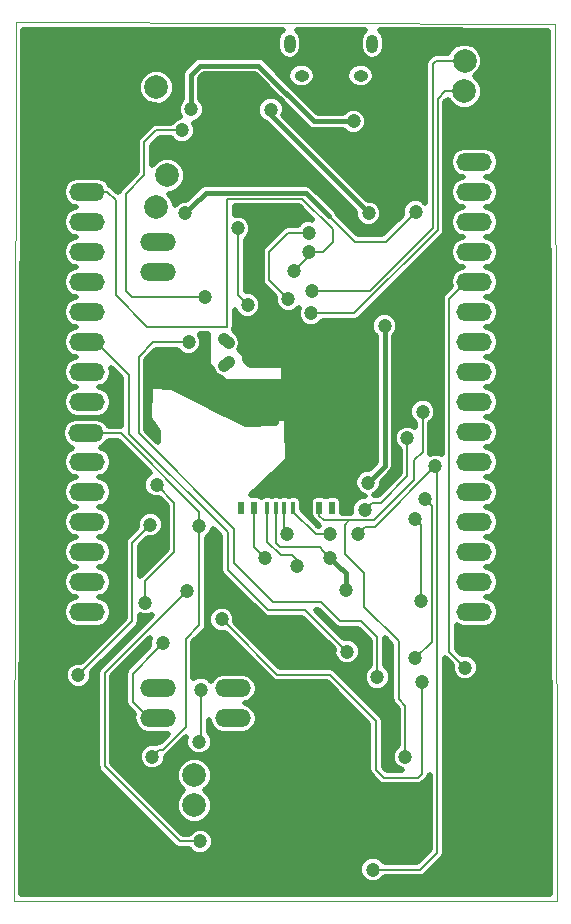
<source format=gbr>
G04 #@! TF.FileFunction,Copper,L2,Bot,Signal*
%FSLAX46Y46*%
G04 Gerber Fmt 4.6, Leading zero omitted, Abs format (unit mm)*
G04 Created by KiCad (PCBNEW 4.0.2+e4-6225~38~ubuntu14.04.1-stable) date Tue 17 May 2016 02:11:40 PM EAT*
%MOMM*%
G01*
G04 APERTURE LIST*
%ADD10C,0.100000*%
%ADD11O,1.250000X0.950000*%
%ADD12O,1.000000X1.550000*%
%ADD13C,1.998980*%
%ADD14O,3.014980X1.506220*%
%ADD15C,1.000760*%
%ADD16O,3.000000X1.524000*%
%ADD17C,2.000000*%
%ADD18R,0.500000X1.000000*%
%ADD19R,0.300000X1.000000*%
%ADD20C,1.200000*%
%ADD21C,0.200000*%
%ADD22C,0.400000*%
%ADD23C,0.500000*%
G04 APERTURE END LIST*
D10*
X49225200Y-94691200D02*
X49403000Y-20269200D01*
X95199200Y-94691200D02*
X49225200Y-94691200D01*
X95046800Y-20370800D02*
X95199200Y-94691200D01*
X49403000Y-20269200D02*
X95046800Y-20370800D01*
D11*
X78552800Y-24772600D03*
X73552800Y-24772600D03*
D12*
X79552800Y-22072600D03*
X72552800Y-22072600D03*
D13*
X61264800Y-25755600D03*
X61264800Y-35915600D03*
D14*
X61391800Y-41376600D03*
X61391800Y-38836600D03*
X67767200Y-76657200D03*
X67767200Y-79197200D03*
X61417200Y-76657200D03*
X61417200Y-79197200D03*
D15*
X67022755Y-49334645D02*
X67376577Y-48980823D01*
X67376577Y-47412177D02*
X67022755Y-47058355D01*
D16*
X88188800Y-34645600D03*
X88188800Y-37185600D03*
X88188800Y-39725600D03*
X88188800Y-42265600D03*
X88188800Y-44805600D03*
X88188800Y-47345600D03*
X88188800Y-49885600D03*
X88188800Y-52425600D03*
X88188800Y-54965600D03*
X88188800Y-57505600D03*
X88188800Y-60045600D03*
X88188800Y-62585600D03*
X88188800Y-65125600D03*
X88188800Y-67665600D03*
X55422800Y-70205600D03*
X55422800Y-67665600D03*
X55422800Y-65125600D03*
X55422800Y-62585600D03*
X55422800Y-60045600D03*
X55422800Y-57505600D03*
X55321200Y-55067200D03*
X55422800Y-52425600D03*
X88188800Y-70205600D03*
X55422800Y-42265600D03*
X55422800Y-44805600D03*
X55422800Y-49885600D03*
X55422800Y-47345600D03*
X55422800Y-39725600D03*
X55422800Y-34645600D03*
X88188800Y-32105600D03*
X55422800Y-37185600D03*
X55422800Y-32105600D03*
D17*
X64465200Y-84023200D03*
X64465200Y-86563200D03*
X87325200Y-26111200D03*
X87350600Y-23525480D03*
X62179200Y-33223200D03*
D18*
X76153000Y-61356240D03*
X75053000Y-61356240D03*
X73953000Y-61356240D03*
D19*
X72853000Y-61356240D03*
X72103000Y-61356240D03*
X71403000Y-61356240D03*
X70653000Y-61356240D03*
D18*
X69553000Y-61356240D03*
X68453000Y-61356240D03*
D20*
X77673200Y-81076800D03*
X51729640Y-92567760D03*
X58303160Y-31455360D03*
X74187688Y-38100632D03*
X72425560Y-43723561D03*
X68159220Y-37702143D03*
X68986400Y-44196000D03*
X74218800Y-39725600D03*
X72912380Y-41346469D03*
X75996800Y-65582800D03*
X70967600Y-27686000D03*
X79248000Y-36426212D03*
X79182592Y-59247096D03*
X80594200Y-45963840D03*
X77280088Y-68313231D03*
X65379601Y-43484799D03*
X63449200Y-29413200D03*
X66802000Y-70815200D03*
X83769200Y-76149200D03*
X61274960Y-59425840D03*
X60319920Y-69418200D03*
X83210400Y-36322000D03*
X63703219Y-36433180D03*
X87401400Y-74904600D03*
X79959200Y-75692000D03*
X64008000Y-47371000D03*
X77409040Y-73553320D03*
X83820000Y-53238400D03*
X82351880Y-82453480D03*
X75946000Y-63601600D03*
X79603600Y-91993720D03*
X78333600Y-63550800D03*
X84836000Y-57861200D03*
X73152004Y-66294000D03*
X78892400Y-61518800D03*
X63850520Y-68402200D03*
X82519520Y-55473600D03*
X64973200Y-89611200D03*
X64871600Y-81178398D03*
X65044320Y-76784200D03*
X61823600Y-72847200D03*
X74422000Y-43027600D03*
X70459598Y-65582800D03*
X72339200Y-63550800D03*
X60909200Y-82448400D03*
X64912240Y-62941200D03*
X60756800Y-62788800D03*
X54660800Y-75539600D03*
X83972400Y-60604402D03*
X83174840Y-74122280D03*
X83159600Y-62331600D03*
X83667600Y-69291198D03*
X64211200Y-27635200D03*
X77952600Y-28651200D03*
X74371199Y-44907201D03*
D21*
X76027280Y-60426600D02*
X76636880Y-59817000D01*
X74182640Y-60426600D02*
X76027280Y-60426600D01*
X73953000Y-61356240D02*
X73953000Y-60656240D01*
X73953000Y-60656240D02*
X74182640Y-60426600D01*
X72425560Y-43723561D02*
X70815200Y-42113201D01*
X70815200Y-42113201D02*
X70815200Y-39674800D01*
X70815200Y-39674800D02*
X72389368Y-38100632D01*
X72389368Y-38100632D02*
X74187688Y-38100632D01*
X68159220Y-43368820D02*
X68159220Y-38550671D01*
X68159220Y-38550671D02*
X68159220Y-37702143D01*
X68986400Y-44196000D02*
X68159220Y-43368820D01*
X55422800Y-34645600D02*
X57122800Y-34645600D01*
X57122800Y-34645600D02*
X57817929Y-35340729D01*
X73609200Y-35204400D02*
X76200000Y-37795200D01*
X57817929Y-35340729D02*
X57817929Y-43339929D01*
X57817929Y-43339929D02*
X60497999Y-46019999D01*
X60497999Y-46019999D02*
X67259200Y-46019999D01*
X67259200Y-46019999D02*
X67259200Y-35204400D01*
X67259200Y-35204400D02*
X73609200Y-35204400D01*
X76200000Y-37795200D02*
X76200000Y-38862000D01*
X76200000Y-38862000D02*
X75336400Y-39725600D01*
X75336400Y-39725600D02*
X74218800Y-39725600D01*
X74218800Y-40040049D02*
X74218800Y-39725600D01*
X72912380Y-41346469D02*
X74218800Y-40040049D01*
D22*
X76596799Y-66182799D02*
X75996800Y-65582800D01*
X77280088Y-66866088D02*
X76596799Y-66182799D01*
X77280088Y-68313231D02*
X77280088Y-66866088D01*
D21*
X75082400Y-64668400D02*
X75396801Y-64982801D01*
X71729600Y-64668400D02*
X75082400Y-64668400D01*
X71403000Y-61356240D02*
X71403000Y-64341800D01*
X71403000Y-64341800D02*
X71729600Y-64668400D01*
X75396801Y-64982801D02*
X75996800Y-65582800D01*
D22*
X70967600Y-28145812D02*
X70967600Y-27686000D01*
X79248000Y-36426212D02*
X70967600Y-28145812D01*
X79782591Y-58647097D02*
X79182592Y-59247096D01*
X80594200Y-57835488D02*
X79782591Y-58647097D01*
X80594200Y-45963840D02*
X80594200Y-57835488D01*
D21*
X65379601Y-43484799D02*
X64531072Y-43484800D01*
X64531072Y-43484800D02*
X59182000Y-43484800D01*
X59182000Y-43484800D02*
X58674000Y-42976800D01*
X58674000Y-42976800D02*
X58674000Y-34804398D01*
X61264800Y-29413200D02*
X63449200Y-29413200D01*
X58674000Y-34804398D02*
X60248800Y-33229598D01*
X60248800Y-33229598D02*
X60248800Y-30429200D01*
X60248800Y-30429200D02*
X61264800Y-29413200D01*
X60319920Y-69418200D02*
X60319920Y-67594480D01*
X60319920Y-67594480D02*
X62788800Y-65125600D01*
X62788800Y-65125600D02*
X62788800Y-60939680D01*
X62788800Y-60939680D02*
X61274960Y-59425840D01*
X83769200Y-76149200D02*
X83769200Y-83870800D01*
X83769200Y-83870800D02*
X83413600Y-84226400D01*
X83413600Y-84226400D02*
X80518000Y-84226400D01*
X67401999Y-71415199D02*
X66802000Y-70815200D01*
X80518000Y-84226400D02*
X79857600Y-83566000D01*
X79857600Y-83566000D02*
X79857600Y-79400400D01*
X79857600Y-79400400D02*
X75951080Y-75493880D01*
X75951080Y-75493880D02*
X71480680Y-75493880D01*
X71480680Y-75493880D02*
X67401999Y-71415199D01*
X82899211Y-36633189D02*
X83210400Y-36322000D01*
X80670400Y-38862000D02*
X82899211Y-36633189D01*
X78073211Y-38862000D02*
X80670400Y-38862000D01*
X75844400Y-36633189D02*
X78073211Y-38862000D01*
D22*
X64303218Y-35833181D02*
X63703219Y-36433180D01*
X73915600Y-34704389D02*
X65432010Y-34704389D01*
X65432010Y-34704389D02*
X64303218Y-35833181D01*
X75844400Y-36633189D02*
X73915600Y-34704389D01*
D21*
X87401400Y-74904600D02*
X86055200Y-73558400D01*
X86055200Y-73558400D02*
X86055200Y-43661200D01*
X86055200Y-43661200D02*
X87450800Y-42265600D01*
X87450800Y-42265600D02*
X88188800Y-42265600D01*
X79959200Y-75692000D02*
X79959200Y-72339200D01*
X79959200Y-72339200D02*
X78587600Y-70967600D01*
X78587600Y-70967600D02*
X76809600Y-70967600D01*
X67843400Y-63144400D02*
X59750960Y-55051960D01*
X76809600Y-70967600D02*
X75184000Y-69342000D01*
X75184000Y-69342000D02*
X71170800Y-69342000D01*
X71170800Y-69342000D02*
X67843400Y-66014600D01*
X67843400Y-66014600D02*
X67843400Y-63144400D01*
X59750960Y-55051960D02*
X59750960Y-48615600D01*
X59750960Y-48615600D02*
X60995560Y-47371000D01*
X60995560Y-47371000D02*
X64008000Y-47371000D01*
X56160800Y-39725600D02*
X55422800Y-39725600D01*
X73863200Y-70007480D02*
X77409040Y-73553320D01*
X67304920Y-66593720D02*
X70718680Y-70007480D01*
X70718680Y-70007480D02*
X73863200Y-70007480D01*
X58953400Y-55097680D02*
X67304920Y-63449200D01*
X67304920Y-63449200D02*
X67304920Y-66593720D01*
X58953400Y-50138200D02*
X58953400Y-55097680D01*
X56160800Y-47345600D02*
X58953400Y-50138200D01*
X55422800Y-47345600D02*
X56160800Y-47345600D01*
X83820000Y-53238400D02*
X83820000Y-56642000D01*
X83820000Y-56642000D02*
X83108800Y-57353200D01*
X83108800Y-57353200D02*
X83108800Y-58978800D01*
X83108800Y-58978800D02*
X79654400Y-62433200D01*
X79654400Y-62433200D02*
X78028800Y-62433200D01*
X78028800Y-62433200D02*
X77805280Y-62433200D01*
X82351880Y-82453480D02*
X82351880Y-78115160D01*
X82351880Y-78115160D02*
X81793080Y-77556360D01*
X81793080Y-72674480D02*
X78851760Y-69733160D01*
X81793080Y-77556360D02*
X81793080Y-72674480D01*
X78851760Y-69733160D02*
X78851760Y-66913760D01*
X78851760Y-66913760D02*
X77190600Y-65252600D01*
X77190600Y-65252600D02*
X77190600Y-62819280D01*
X77190600Y-62819280D02*
X77576680Y-62433200D01*
X77576680Y-62433200D02*
X77805280Y-62433200D01*
X75053000Y-61356240D02*
X75053000Y-62056240D01*
X75053000Y-62056240D02*
X75429960Y-62433200D01*
X75429960Y-62433200D02*
X77805280Y-62433200D01*
X75097472Y-63601600D02*
X75946000Y-63601600D01*
X72853000Y-61706240D02*
X74748360Y-63601600D01*
X72853000Y-61356240D02*
X72853000Y-61706240D01*
X74748360Y-63601600D02*
X75097472Y-63601600D01*
X83611720Y-91993720D02*
X79603600Y-91993720D01*
X84836000Y-57861200D02*
X79746399Y-62950801D01*
X79746399Y-62950801D02*
X78933599Y-62950801D01*
X78933599Y-62950801D02*
X78333600Y-63550800D01*
X84836000Y-57861200D02*
X85039200Y-58064400D01*
X85039200Y-58064400D02*
X85039200Y-90566240D01*
X85039200Y-90566240D02*
X83611720Y-91993720D01*
X88188800Y-57505600D02*
X87450800Y-57505600D01*
X70653000Y-61356240D02*
X70653000Y-64252200D01*
X70653000Y-64252200D02*
X71780400Y-65379600D01*
X71780400Y-65379600D02*
X72745600Y-65379600D01*
X72745600Y-65379600D02*
X73152004Y-65786004D01*
X73152004Y-65786004D02*
X73152004Y-66294000D01*
X64973200Y-89611200D02*
X63246000Y-89611200D01*
X63246000Y-89611200D02*
X56896000Y-83261200D01*
X56896000Y-83261200D02*
X56896000Y-75356720D01*
X56896000Y-75356720D02*
X61589920Y-70662800D01*
X61589920Y-70662800D02*
X63850520Y-68402200D01*
X82519520Y-55473600D02*
X82519520Y-58704480D01*
X82519520Y-58704480D02*
X80305199Y-60918801D01*
X80305199Y-60918801D02*
X79492399Y-60918801D01*
X79492399Y-60918801D02*
X78892400Y-61518800D01*
X70652640Y-61371480D02*
X70647200Y-61376920D01*
X88188800Y-60045600D02*
X87450800Y-60045600D01*
X65044320Y-81005678D02*
X64871600Y-81178398D01*
X65044320Y-76784200D02*
X65044320Y-81005678D01*
X67767200Y-78900916D02*
X67767200Y-79197200D01*
X59263280Y-75407520D02*
X61223601Y-73447199D01*
X60662820Y-79197200D02*
X59263280Y-77797660D01*
X61417200Y-79197200D02*
X60662820Y-79197200D01*
X61223601Y-73447199D02*
X61823600Y-72847200D01*
X59263280Y-77797660D02*
X59263280Y-75407520D01*
X74422000Y-43027600D02*
X79349600Y-43027600D01*
X79349600Y-43027600D02*
X84683600Y-37693600D01*
X84932520Y-23525480D02*
X87350600Y-23525480D01*
X84683600Y-37693600D02*
X84683600Y-23774400D01*
X84683600Y-23774400D02*
X84932520Y-23525480D01*
X69859599Y-64982801D02*
X70459598Y-65582800D01*
X69565520Y-64688722D02*
X69859599Y-64982801D01*
X69565520Y-61371480D02*
X69565520Y-64688722D01*
X72103000Y-61356240D02*
X72103000Y-63314600D01*
X72103000Y-63314600D02*
X72339200Y-63550800D01*
X57021200Y-55067200D02*
X55321200Y-55067200D01*
X58267600Y-55067200D02*
X57021200Y-55067200D01*
X64912240Y-61711840D02*
X58267600Y-55067200D01*
X64912240Y-62941200D02*
X64912240Y-61711840D01*
X64912240Y-71311718D02*
X63744399Y-72479559D01*
X63744399Y-72479559D02*
X63744399Y-79906799D01*
X61802797Y-81848401D02*
X61509199Y-81848401D01*
X64912240Y-62941200D02*
X64912240Y-71311718D01*
X63744399Y-79906799D02*
X61802797Y-81848401D01*
X61509199Y-81848401D02*
X60909200Y-82448400D01*
X60156801Y-63388799D02*
X60756800Y-62788800D01*
X59222081Y-64323519D02*
X60156801Y-63388799D01*
X59222081Y-70978319D02*
X59222081Y-64323519D01*
X54660800Y-75539600D02*
X59222081Y-70978319D01*
X84572399Y-61204401D02*
X83972400Y-60604402D01*
X84572399Y-72724721D02*
X84572399Y-61204401D01*
X83174840Y-74122280D02*
X84572399Y-72724721D01*
X87450800Y-62585600D02*
X88188800Y-62585600D01*
X83667600Y-69291198D02*
X83667600Y-62839600D01*
X83667600Y-62839600D02*
X83159600Y-62331600D01*
X88188800Y-65125600D02*
X88926800Y-65125600D01*
D22*
X77952600Y-28651200D02*
X74625200Y-28651200D01*
X69900800Y-23926800D02*
X64973200Y-23926800D01*
X74625200Y-28651200D02*
X69900800Y-23926800D01*
X64973200Y-23926800D02*
X64211200Y-24688800D01*
X64211200Y-24688800D02*
X64211200Y-27635200D01*
D21*
X85090000Y-26720800D02*
X85699600Y-26111200D01*
X85699600Y-26111200D02*
X87325200Y-26111200D01*
X85090000Y-30637480D02*
X85090000Y-26720800D01*
X85090000Y-30637480D02*
X85090000Y-37852900D01*
X85090000Y-37852900D02*
X78035699Y-44907201D01*
X78035699Y-44907201D02*
X75219727Y-44907201D01*
X75219727Y-44907201D02*
X74371199Y-44907201D01*
D23*
G36*
X71974568Y-20919445D02*
X71810338Y-21029180D01*
X71582726Y-21369824D01*
X71502800Y-21771642D01*
X71502800Y-22373558D01*
X71582726Y-22775376D01*
X71810338Y-23116020D01*
X72150982Y-23343632D01*
X72552800Y-23423558D01*
X72954618Y-23343632D01*
X73295262Y-23116020D01*
X73522874Y-22775376D01*
X73602800Y-22373558D01*
X73602800Y-21771642D01*
X73522874Y-21369824D01*
X73295262Y-21029180D01*
X73134898Y-20922028D01*
X78951326Y-20934975D01*
X78810338Y-21029180D01*
X78582726Y-21369824D01*
X78502800Y-21771642D01*
X78502800Y-22373558D01*
X78582726Y-22775376D01*
X78810338Y-23116020D01*
X79150982Y-23343632D01*
X79552800Y-23423558D01*
X79954618Y-23343632D01*
X80295262Y-23116020D01*
X80522874Y-22775376D01*
X80602800Y-22373558D01*
X80602800Y-21771642D01*
X80522874Y-21369824D01*
X80295262Y-21029180D01*
X80158295Y-20937661D01*
X94448026Y-20969469D01*
X94597968Y-94091200D01*
X49826635Y-94091200D01*
X49919866Y-55067200D01*
X53231038Y-55067200D01*
X53330908Y-55569281D01*
X53615314Y-55994924D01*
X54040957Y-56279330D01*
X54135557Y-56298147D01*
X53716914Y-56577876D01*
X53432508Y-57003519D01*
X53332638Y-57505600D01*
X53432508Y-58007681D01*
X53716914Y-58433324D01*
X54142557Y-58717730D01*
X54433489Y-58775600D01*
X54142557Y-58833470D01*
X53716914Y-59117876D01*
X53432508Y-59543519D01*
X53332638Y-60045600D01*
X53432508Y-60547681D01*
X53716914Y-60973324D01*
X54142557Y-61257730D01*
X54433489Y-61315600D01*
X54142557Y-61373470D01*
X53716914Y-61657876D01*
X53432508Y-62083519D01*
X53332638Y-62585600D01*
X53432508Y-63087681D01*
X53716914Y-63513324D01*
X54142557Y-63797730D01*
X54433489Y-63855600D01*
X54142557Y-63913470D01*
X53716914Y-64197876D01*
X53432508Y-64623519D01*
X53332638Y-65125600D01*
X53432508Y-65627681D01*
X53716914Y-66053324D01*
X54142557Y-66337730D01*
X54433489Y-66395600D01*
X54142557Y-66453470D01*
X53716914Y-66737876D01*
X53432508Y-67163519D01*
X53332638Y-67665600D01*
X53432508Y-68167681D01*
X53716914Y-68593324D01*
X54142557Y-68877730D01*
X54433489Y-68935600D01*
X54142557Y-68993470D01*
X53716914Y-69277876D01*
X53432508Y-69703519D01*
X53332638Y-70205600D01*
X53432508Y-70707681D01*
X53716914Y-71133324D01*
X54142557Y-71417730D01*
X54644638Y-71517600D01*
X56200962Y-71517600D01*
X56703043Y-71417730D01*
X57128686Y-71133324D01*
X57413092Y-70707681D01*
X57512962Y-70205600D01*
X57413092Y-69703519D01*
X57128686Y-69277876D01*
X56703043Y-68993470D01*
X56412111Y-68935600D01*
X56703043Y-68877730D01*
X57128686Y-68593324D01*
X57413092Y-68167681D01*
X57512962Y-67665600D01*
X57413092Y-67163519D01*
X57128686Y-66737876D01*
X56703043Y-66453470D01*
X56412111Y-66395600D01*
X56703043Y-66337730D01*
X57128686Y-66053324D01*
X57413092Y-65627681D01*
X57512962Y-65125600D01*
X57413092Y-64623519D01*
X57128686Y-64197876D01*
X56703043Y-63913470D01*
X56412111Y-63855600D01*
X56703043Y-63797730D01*
X57128686Y-63513324D01*
X57413092Y-63087681D01*
X57512962Y-62585600D01*
X57413092Y-62083519D01*
X57128686Y-61657876D01*
X56703043Y-61373470D01*
X56412111Y-61315600D01*
X56703043Y-61257730D01*
X57128686Y-60973324D01*
X57413092Y-60547681D01*
X57512962Y-60045600D01*
X57413092Y-59543519D01*
X57128686Y-59117876D01*
X56703043Y-58833470D01*
X56412111Y-58775600D01*
X56703043Y-58717730D01*
X57128686Y-58433324D01*
X57413092Y-58007681D01*
X57512962Y-57505600D01*
X57413092Y-57003519D01*
X57128686Y-56577876D01*
X56703043Y-56293470D01*
X56608443Y-56274653D01*
X57027086Y-55994924D01*
X57212656Y-55717200D01*
X57998362Y-55717200D01*
X60700190Y-58419028D01*
X60624388Y-58450349D01*
X60300606Y-58773567D01*
X60125160Y-59196087D01*
X60124761Y-59653586D01*
X60299469Y-60076412D01*
X60622687Y-60400194D01*
X61045207Y-60575640D01*
X61502706Y-60576039D01*
X61504981Y-60575099D01*
X62138800Y-61208918D01*
X62138800Y-64856361D01*
X59872081Y-67123081D01*
X59872081Y-64592757D01*
X60526476Y-63938363D01*
X60527047Y-63938600D01*
X60984546Y-63938999D01*
X61407372Y-63764291D01*
X61731154Y-63441073D01*
X61906600Y-63018553D01*
X61906999Y-62561054D01*
X61732291Y-62138228D01*
X61409073Y-61814446D01*
X60986553Y-61639000D01*
X60529054Y-61638601D01*
X60106228Y-61813309D01*
X59782446Y-62136527D01*
X59607000Y-62559047D01*
X59606601Y-63016546D01*
X59607541Y-63018820D01*
X58762462Y-63863900D01*
X58621559Y-64074774D01*
X58618332Y-64091000D01*
X58572081Y-64323519D01*
X58572081Y-70709080D01*
X54891125Y-74390037D01*
X54890553Y-74389800D01*
X54433054Y-74389401D01*
X54010228Y-74564109D01*
X53686446Y-74887327D01*
X53511000Y-75309847D01*
X53510601Y-75767346D01*
X53685309Y-76190172D01*
X54008527Y-76513954D01*
X54431047Y-76689400D01*
X54888546Y-76689799D01*
X55311372Y-76515091D01*
X55635154Y-76191873D01*
X55810600Y-75769353D01*
X55810999Y-75311854D01*
X55810059Y-75309579D01*
X59681700Y-71437939D01*
X59822602Y-71227064D01*
X59822603Y-71227063D01*
X59872081Y-70978319D01*
X59872081Y-70477443D01*
X60090167Y-70568000D01*
X60547666Y-70568399D01*
X60918172Y-70415309D01*
X56436381Y-74897101D01*
X56295478Y-75107975D01*
X56290231Y-75134353D01*
X56246000Y-75356720D01*
X56246000Y-83261200D01*
X56279372Y-83428971D01*
X56295478Y-83509945D01*
X56436381Y-83720819D01*
X62786381Y-90070819D01*
X62997255Y-90211722D01*
X63038524Y-90219931D01*
X63246000Y-90261200D01*
X63997473Y-90261200D01*
X63997709Y-90261772D01*
X64320927Y-90585554D01*
X64743447Y-90761000D01*
X65200946Y-90761399D01*
X65623772Y-90586691D01*
X65947554Y-90263473D01*
X66123000Y-89840953D01*
X66123399Y-89383454D01*
X65948691Y-88960628D01*
X65625473Y-88636846D01*
X65202953Y-88461400D01*
X64745454Y-88461001D01*
X64322628Y-88635709D01*
X63998846Y-88958927D01*
X63997902Y-88961200D01*
X63515238Y-88961200D01*
X58884199Y-84330161D01*
X62914932Y-84330161D01*
X63150408Y-84900057D01*
X63543168Y-85293504D01*
X63151940Y-85684049D01*
X62915470Y-86253533D01*
X62914932Y-86870161D01*
X63150408Y-87440057D01*
X63586049Y-87876460D01*
X64155533Y-88112930D01*
X64772161Y-88113468D01*
X65342057Y-87877992D01*
X65778460Y-87442351D01*
X66014930Y-86872867D01*
X66015468Y-86256239D01*
X65779992Y-85686343D01*
X65387232Y-85292896D01*
X65778460Y-84902351D01*
X66014930Y-84332867D01*
X66015468Y-83716239D01*
X65779992Y-83146343D01*
X65344351Y-82709940D01*
X64774867Y-82473470D01*
X64158239Y-82472932D01*
X63588343Y-82708408D01*
X63151940Y-83144049D01*
X62915470Y-83713533D01*
X62914932Y-84330161D01*
X58884199Y-84330161D01*
X57546000Y-82991962D01*
X57546000Y-75625958D01*
X60758506Y-72413453D01*
X60673800Y-72617447D01*
X60673401Y-73074946D01*
X60674341Y-73077220D01*
X58803661Y-74947901D01*
X58662758Y-75158775D01*
X58662758Y-75158776D01*
X58613280Y-75407520D01*
X58613280Y-77797660D01*
X58640400Y-77934000D01*
X58662758Y-78046405D01*
X58803661Y-78257279D01*
X59389777Y-78843395D01*
X59319401Y-79197200D01*
X59418594Y-79695879D01*
X59701073Y-80118638D01*
X60123832Y-80401117D01*
X60622511Y-80500310D01*
X62211889Y-80500310D01*
X62236557Y-80495403D01*
X61533559Y-81198401D01*
X61509199Y-81198401D01*
X61260455Y-81247879D01*
X61167071Y-81310276D01*
X61138953Y-81298600D01*
X60681454Y-81298201D01*
X60258628Y-81472909D01*
X59934846Y-81796127D01*
X59759400Y-82218647D01*
X59759001Y-82676146D01*
X59933709Y-83098972D01*
X60256927Y-83422754D01*
X60679447Y-83598200D01*
X61136946Y-83598599D01*
X61559772Y-83423891D01*
X61883554Y-83100673D01*
X62059000Y-82678153D01*
X62059204Y-82443803D01*
X62262416Y-82308020D01*
X63792816Y-80777620D01*
X63721800Y-80948645D01*
X63721401Y-81406144D01*
X63896109Y-81828970D01*
X64219327Y-82152752D01*
X64641847Y-82328198D01*
X65099346Y-82328597D01*
X65522172Y-82153889D01*
X65845954Y-81830671D01*
X66021400Y-81408151D01*
X66021799Y-80950652D01*
X65847091Y-80527826D01*
X65694320Y-80374788D01*
X65694320Y-79322477D01*
X65768594Y-79695879D01*
X66051073Y-80118638D01*
X66473832Y-80401117D01*
X66972511Y-80500310D01*
X68561889Y-80500310D01*
X69060568Y-80401117D01*
X69483327Y-80118638D01*
X69765806Y-79695879D01*
X69864999Y-79197200D01*
X69765806Y-78698521D01*
X69483327Y-78275762D01*
X69060568Y-77993283D01*
X68728345Y-77927200D01*
X69060568Y-77861117D01*
X69483327Y-77578638D01*
X69765806Y-77155879D01*
X69864999Y-76657200D01*
X69765806Y-76158521D01*
X69483327Y-75735762D01*
X69060568Y-75453283D01*
X68561889Y-75354090D01*
X66972511Y-75354090D01*
X66473832Y-75453283D01*
X66051073Y-75735762D01*
X65879286Y-75992858D01*
X65696593Y-75809846D01*
X65274073Y-75634400D01*
X64816574Y-75634001D01*
X64394399Y-75808440D01*
X64394399Y-72748797D01*
X65371860Y-71771337D01*
X65512762Y-71560462D01*
X65562240Y-71311718D01*
X65562240Y-63916927D01*
X65562812Y-63916691D01*
X65886594Y-63593473D01*
X66062040Y-63170953D01*
X66062080Y-63125598D01*
X66654920Y-63718439D01*
X66654920Y-66593720D01*
X66686726Y-66753619D01*
X66704398Y-66842465D01*
X66845301Y-67053339D01*
X70259061Y-70467100D01*
X70410069Y-70568000D01*
X70469936Y-70608002D01*
X70718680Y-70657480D01*
X73593962Y-70657480D01*
X76259477Y-73322995D01*
X76259240Y-73323567D01*
X76258841Y-73781066D01*
X76433549Y-74203892D01*
X76756767Y-74527674D01*
X77179287Y-74703120D01*
X77636786Y-74703519D01*
X78059612Y-74528811D01*
X78383394Y-74205593D01*
X78558840Y-73783073D01*
X78559239Y-73325574D01*
X78384531Y-72902748D01*
X78061313Y-72578966D01*
X77638793Y-72403520D01*
X77181294Y-72403121D01*
X77179019Y-72404061D01*
X74766958Y-69992000D01*
X74914762Y-69992000D01*
X76349981Y-71427220D01*
X76549392Y-71560462D01*
X76560856Y-71568122D01*
X76809600Y-71617600D01*
X78318362Y-71617600D01*
X79309200Y-72608439D01*
X79309200Y-74716273D01*
X79308628Y-74716509D01*
X78984846Y-75039727D01*
X78809400Y-75462247D01*
X78809001Y-75919746D01*
X78983709Y-76342572D01*
X79306927Y-76666354D01*
X79729447Y-76841800D01*
X80186946Y-76842199D01*
X80609772Y-76667491D01*
X80933554Y-76344273D01*
X81109000Y-75921753D01*
X81109399Y-75464254D01*
X80934691Y-75041428D01*
X80611473Y-74717646D01*
X80609200Y-74716702D01*
X80609200Y-72409839D01*
X81143080Y-72943719D01*
X81143080Y-77556360D01*
X81183299Y-77758554D01*
X81192558Y-77805105D01*
X81333461Y-78015979D01*
X81701880Y-78384399D01*
X81701880Y-81477753D01*
X81701308Y-81477989D01*
X81377526Y-81801207D01*
X81202080Y-82223727D01*
X81201681Y-82681226D01*
X81376389Y-83104052D01*
X81699607Y-83427834D01*
X82057393Y-83576400D01*
X80787239Y-83576400D01*
X80507600Y-83296762D01*
X80507600Y-79400400D01*
X80458122Y-79151656D01*
X80317220Y-78940781D01*
X76410699Y-75034261D01*
X76199825Y-74893358D01*
X76158556Y-74885149D01*
X75951080Y-74843880D01*
X71749918Y-74843880D01*
X67951563Y-71045525D01*
X67951800Y-71044953D01*
X67952199Y-70587454D01*
X67777491Y-70164628D01*
X67454273Y-69840846D01*
X67031753Y-69665400D01*
X66574254Y-69665001D01*
X66151428Y-69839709D01*
X65827646Y-70162927D01*
X65652200Y-70585447D01*
X65651801Y-71042946D01*
X65826509Y-71465772D01*
X66149727Y-71789554D01*
X66572247Y-71965000D01*
X67029746Y-71965399D01*
X67032021Y-71964459D01*
X71021061Y-75953499D01*
X71231935Y-76094402D01*
X71273204Y-76102611D01*
X71480680Y-76143880D01*
X75681842Y-76143880D01*
X79207600Y-79669639D01*
X79207600Y-83566000D01*
X79247538Y-83766781D01*
X79257078Y-83814745D01*
X79397981Y-84025619D01*
X80058381Y-84686020D01*
X80269256Y-84826922D01*
X80518000Y-84876400D01*
X83413600Y-84876400D01*
X83621076Y-84835131D01*
X83662345Y-84826922D01*
X83873219Y-84686019D01*
X84228819Y-84330420D01*
X84369722Y-84119545D01*
X84377931Y-84078276D01*
X84389200Y-84021621D01*
X84389200Y-90297001D01*
X83342482Y-91343720D01*
X80579327Y-91343720D01*
X80579091Y-91343148D01*
X80255873Y-91019366D01*
X79833353Y-90843920D01*
X79375854Y-90843521D01*
X78953028Y-91018229D01*
X78629246Y-91341447D01*
X78453800Y-91763967D01*
X78453401Y-92221466D01*
X78628109Y-92644292D01*
X78951327Y-92968074D01*
X79373847Y-93143520D01*
X79831346Y-93143919D01*
X80254172Y-92969211D01*
X80577954Y-92645993D01*
X80578898Y-92643720D01*
X83611720Y-92643720D01*
X83819196Y-92602451D01*
X83860465Y-92594242D01*
X84071339Y-92453339D01*
X85498820Y-91025859D01*
X85639722Y-90814984D01*
X85689200Y-90566240D01*
X85689200Y-74111638D01*
X86251837Y-74674276D01*
X86251600Y-74674847D01*
X86251201Y-75132346D01*
X86425909Y-75555172D01*
X86749127Y-75878954D01*
X87171647Y-76054400D01*
X87629146Y-76054799D01*
X88051972Y-75880091D01*
X88375754Y-75556873D01*
X88551200Y-75134353D01*
X88551599Y-74676854D01*
X88376891Y-74254028D01*
X88053673Y-73930246D01*
X87631153Y-73754800D01*
X87173654Y-73754401D01*
X87171379Y-73755341D01*
X86705200Y-73289162D01*
X86705200Y-71281851D01*
X86908557Y-71417730D01*
X87410638Y-71517600D01*
X88966962Y-71517600D01*
X89469043Y-71417730D01*
X89894686Y-71133324D01*
X90179092Y-70707681D01*
X90278962Y-70205600D01*
X90179092Y-69703519D01*
X89894686Y-69277876D01*
X89469043Y-68993470D01*
X89178111Y-68935600D01*
X89469043Y-68877730D01*
X89894686Y-68593324D01*
X90179092Y-68167681D01*
X90278962Y-67665600D01*
X90179092Y-67163519D01*
X89894686Y-66737876D01*
X89469043Y-66453470D01*
X89178111Y-66395600D01*
X89469043Y-66337730D01*
X89894686Y-66053324D01*
X90179092Y-65627681D01*
X90278962Y-65125600D01*
X90179092Y-64623519D01*
X89894686Y-64197876D01*
X89469043Y-63913470D01*
X89178111Y-63855600D01*
X89469043Y-63797730D01*
X89894686Y-63513324D01*
X90179092Y-63087681D01*
X90278962Y-62585600D01*
X90179092Y-62083519D01*
X89894686Y-61657876D01*
X89469043Y-61373470D01*
X89178111Y-61315600D01*
X89469043Y-61257730D01*
X89894686Y-60973324D01*
X90179092Y-60547681D01*
X90278962Y-60045600D01*
X90179092Y-59543519D01*
X89894686Y-59117876D01*
X89469043Y-58833470D01*
X89178111Y-58775600D01*
X89469043Y-58717730D01*
X89894686Y-58433324D01*
X90179092Y-58007681D01*
X90278962Y-57505600D01*
X90179092Y-57003519D01*
X89894686Y-56577876D01*
X89469043Y-56293470D01*
X89178111Y-56235600D01*
X89469043Y-56177730D01*
X89894686Y-55893324D01*
X90179092Y-55467681D01*
X90278962Y-54965600D01*
X90179092Y-54463519D01*
X89894686Y-54037876D01*
X89469043Y-53753470D01*
X89178111Y-53695600D01*
X89469043Y-53637730D01*
X89894686Y-53353324D01*
X90179092Y-52927681D01*
X90278962Y-52425600D01*
X90179092Y-51923519D01*
X89894686Y-51497876D01*
X89469043Y-51213470D01*
X89178111Y-51155600D01*
X89469043Y-51097730D01*
X89894686Y-50813324D01*
X90179092Y-50387681D01*
X90278962Y-49885600D01*
X90179092Y-49383519D01*
X89894686Y-48957876D01*
X89469043Y-48673470D01*
X89178111Y-48615600D01*
X89469043Y-48557730D01*
X89894686Y-48273324D01*
X90179092Y-47847681D01*
X90278962Y-47345600D01*
X90179092Y-46843519D01*
X89894686Y-46417876D01*
X89469043Y-46133470D01*
X89178111Y-46075600D01*
X89469043Y-46017730D01*
X89894686Y-45733324D01*
X90179092Y-45307681D01*
X90278962Y-44805600D01*
X90179092Y-44303519D01*
X89894686Y-43877876D01*
X89469043Y-43593470D01*
X89178111Y-43535600D01*
X89469043Y-43477730D01*
X89894686Y-43193324D01*
X90179092Y-42767681D01*
X90278962Y-42265600D01*
X90179092Y-41763519D01*
X89894686Y-41337876D01*
X89469043Y-41053470D01*
X89178111Y-40995600D01*
X89469043Y-40937730D01*
X89894686Y-40653324D01*
X90179092Y-40227681D01*
X90278962Y-39725600D01*
X90179092Y-39223519D01*
X89894686Y-38797876D01*
X89469043Y-38513470D01*
X89178111Y-38455600D01*
X89469043Y-38397730D01*
X89894686Y-38113324D01*
X90179092Y-37687681D01*
X90278962Y-37185600D01*
X90179092Y-36683519D01*
X89894686Y-36257876D01*
X89469043Y-35973470D01*
X89178111Y-35915600D01*
X89469043Y-35857730D01*
X89894686Y-35573324D01*
X90179092Y-35147681D01*
X90278962Y-34645600D01*
X90179092Y-34143519D01*
X89894686Y-33717876D01*
X89469043Y-33433470D01*
X89178111Y-33375600D01*
X89469043Y-33317730D01*
X89894686Y-33033324D01*
X90179092Y-32607681D01*
X90278962Y-32105600D01*
X90179092Y-31603519D01*
X89894686Y-31177876D01*
X89469043Y-30893470D01*
X88966962Y-30793600D01*
X87410638Y-30793600D01*
X86908557Y-30893470D01*
X86482914Y-31177876D01*
X86198508Y-31603519D01*
X86098638Y-32105600D01*
X86198508Y-32607681D01*
X86482914Y-33033324D01*
X86908557Y-33317730D01*
X87199489Y-33375600D01*
X86908557Y-33433470D01*
X86482914Y-33717876D01*
X86198508Y-34143519D01*
X86098638Y-34645600D01*
X86198508Y-35147681D01*
X86482914Y-35573324D01*
X86908557Y-35857730D01*
X87199489Y-35915600D01*
X86908557Y-35973470D01*
X86482914Y-36257876D01*
X86198508Y-36683519D01*
X86098638Y-37185600D01*
X86198508Y-37687681D01*
X86482914Y-38113324D01*
X86908557Y-38397730D01*
X87199489Y-38455600D01*
X86908557Y-38513470D01*
X86482914Y-38797876D01*
X86198508Y-39223519D01*
X86098638Y-39725600D01*
X86198508Y-40227681D01*
X86482914Y-40653324D01*
X86908557Y-40937730D01*
X87199489Y-40995600D01*
X86908557Y-41053470D01*
X86482914Y-41337876D01*
X86198508Y-41763519D01*
X86098638Y-42265600D01*
X86170465Y-42626697D01*
X85595581Y-43201581D01*
X85454678Y-43412455D01*
X85454678Y-43412456D01*
X85405200Y-43661200D01*
X85405200Y-56852351D01*
X85065753Y-56711400D01*
X84608254Y-56711001D01*
X84442665Y-56779421D01*
X84470000Y-56642000D01*
X84470000Y-54214127D01*
X84470572Y-54213891D01*
X84794354Y-53890673D01*
X84969800Y-53468153D01*
X84970199Y-53010654D01*
X84795491Y-52587828D01*
X84472273Y-52264046D01*
X84049753Y-52088600D01*
X83592254Y-52088201D01*
X83169428Y-52262909D01*
X82845646Y-52586127D01*
X82670200Y-53008647D01*
X82669801Y-53466146D01*
X82844509Y-53888972D01*
X83167727Y-54212754D01*
X83170000Y-54213698D01*
X83170000Y-54498501D01*
X82749273Y-54323800D01*
X82291774Y-54323401D01*
X81868948Y-54498109D01*
X81545166Y-54821327D01*
X81369720Y-55243847D01*
X81369321Y-55701346D01*
X81544029Y-56124172D01*
X81867247Y-56447954D01*
X81869520Y-56448898D01*
X81869520Y-58435241D01*
X80035961Y-60268801D01*
X79721317Y-60268801D01*
X79833164Y-60222587D01*
X80156946Y-59899369D01*
X80332392Y-59476849D01*
X80332670Y-59157678D01*
X81124530Y-58365818D01*
X81287110Y-58122501D01*
X81344200Y-57835488D01*
X81344200Y-46840076D01*
X81568554Y-46616113D01*
X81744000Y-46193593D01*
X81744399Y-45736094D01*
X81569691Y-45313268D01*
X81246473Y-44989486D01*
X80823953Y-44814040D01*
X80366454Y-44813641D01*
X79943628Y-44988349D01*
X79619846Y-45311567D01*
X79444400Y-45734087D01*
X79444001Y-46191586D01*
X79618709Y-46614412D01*
X79844200Y-46840296D01*
X79844200Y-57524828D01*
X79271855Y-58097173D01*
X78954846Y-58096897D01*
X78532020Y-58271605D01*
X78208238Y-58594823D01*
X78032792Y-59017343D01*
X78032393Y-59474842D01*
X78207101Y-59897668D01*
X78530319Y-60221450D01*
X78885160Y-60368793D01*
X78664654Y-60368601D01*
X78241828Y-60543309D01*
X77918046Y-60866527D01*
X77742600Y-61289047D01*
X77742201Y-61746546D01*
X77757346Y-61783200D01*
X76963775Y-61783200D01*
X76963775Y-60856240D01*
X76925424Y-60652422D01*
X76804968Y-60465228D01*
X76621173Y-60339646D01*
X76403000Y-60295465D01*
X75903000Y-60295465D01*
X75699182Y-60333816D01*
X75603114Y-60395634D01*
X75521173Y-60339646D01*
X75303000Y-60295465D01*
X74803000Y-60295465D01*
X74599182Y-60333816D01*
X74411988Y-60454272D01*
X74286406Y-60638067D01*
X74242225Y-60856240D01*
X74242225Y-61856240D01*
X74280576Y-62060058D01*
X74401032Y-62247252D01*
X74447280Y-62278852D01*
X74452478Y-62304985D01*
X74593381Y-62515859D01*
X74970341Y-62892819D01*
X75005032Y-62915999D01*
X74993505Y-62927506D01*
X73563775Y-61497777D01*
X73563775Y-60856240D01*
X73525424Y-60652422D01*
X73404968Y-60465228D01*
X73221173Y-60339646D01*
X73003000Y-60295465D01*
X72703000Y-60295465D01*
X72499182Y-60333816D01*
X72480363Y-60345925D01*
X72471173Y-60339646D01*
X72253000Y-60295465D01*
X71953000Y-60295465D01*
X71749182Y-60333816D01*
X71747555Y-60334863D01*
X71553000Y-60295465D01*
X71253000Y-60295465D01*
X71049182Y-60333816D01*
X71030363Y-60345925D01*
X71021173Y-60339646D01*
X70803000Y-60295465D01*
X70503000Y-60295465D01*
X70299182Y-60333816D01*
X70151615Y-60428773D01*
X70021173Y-60339646D01*
X69803000Y-60295465D01*
X69303000Y-60295465D01*
X69241447Y-60307047D01*
X72298843Y-57376192D01*
X72356682Y-57291698D01*
X72375836Y-57194326D01*
X72360600Y-54462003D01*
X72360600Y-54020720D01*
X72343503Y-53929856D01*
X72289802Y-53846402D01*
X72207864Y-53790416D01*
X72110600Y-53770720D01*
X71643240Y-53770720D01*
X71552945Y-53787596D01*
X71469360Y-53841093D01*
X71413175Y-53922894D01*
X71393241Y-54020110D01*
X71392750Y-54221404D01*
X68826206Y-54252655D01*
X66724383Y-53288289D01*
X62620587Y-51132401D01*
X62506747Y-51103732D01*
X60937027Y-51088492D01*
X60845672Y-51104831D01*
X60761775Y-51157838D01*
X60705112Y-51239308D01*
X60684609Y-51336405D01*
X60664289Y-53784965D01*
X60672869Y-53852007D01*
X60717164Y-53940811D01*
X61418461Y-54839789D01*
X61388950Y-55770712D01*
X60400960Y-54782722D01*
X60400960Y-48884838D01*
X61264799Y-48021000D01*
X63032273Y-48021000D01*
X63032509Y-48021572D01*
X63355727Y-48345354D01*
X63778247Y-48520800D01*
X64235746Y-48521199D01*
X64658572Y-48346491D01*
X64982354Y-48023273D01*
X65157800Y-47600753D01*
X65158199Y-47143254D01*
X64983491Y-46720428D01*
X64933150Y-46669999D01*
X65637600Y-46669999D01*
X65637600Y-49225200D01*
X65655975Y-49319273D01*
X65710823Y-49401977D01*
X66027073Y-49718227D01*
X66034313Y-49754625D01*
X66262007Y-50095393D01*
X66602775Y-50323087D01*
X66639173Y-50330327D01*
X66980823Y-50671977D01*
X67060336Y-50725504D01*
X67157600Y-50745200D01*
X71831200Y-50745200D01*
X71922064Y-50728103D01*
X72005518Y-50674402D01*
X72061504Y-50592464D01*
X72081200Y-50495200D01*
X72081200Y-49530000D01*
X72064103Y-49439136D01*
X72010402Y-49355682D01*
X71928464Y-49299696D01*
X71831200Y-49280000D01*
X69191554Y-49280000D01*
X68779200Y-48867646D01*
X68779200Y-48514000D01*
X68760825Y-48419927D01*
X68705977Y-48337223D01*
X68299287Y-47930533D01*
X68365019Y-47832158D01*
X68444975Y-47430194D01*
X68365019Y-47028231D01*
X68137325Y-46687463D01*
X67803198Y-46353336D01*
X67859722Y-46268743D01*
X67909200Y-46019999D01*
X67909200Y-44600417D01*
X68010909Y-44846572D01*
X68334127Y-45170354D01*
X68756647Y-45345800D01*
X69214146Y-45346199D01*
X69636972Y-45171491D01*
X69960754Y-44848273D01*
X70136200Y-44425753D01*
X70136599Y-43968254D01*
X69961891Y-43545428D01*
X69638673Y-43221646D01*
X69216153Y-43046200D01*
X68809220Y-43045845D01*
X68809220Y-38677870D01*
X68809792Y-38677634D01*
X69133574Y-38354416D01*
X69309020Y-37931896D01*
X69309419Y-37474397D01*
X69134711Y-37051571D01*
X68811493Y-36727789D01*
X68388973Y-36552343D01*
X67931474Y-36551944D01*
X67909200Y-36561147D01*
X67909200Y-35854400D01*
X73339962Y-35854400D01*
X74449852Y-36964290D01*
X74417441Y-36950832D01*
X73959942Y-36950433D01*
X73537116Y-37125141D01*
X73213334Y-37448359D01*
X73212390Y-37450632D01*
X72389368Y-37450632D01*
X72140624Y-37500110D01*
X71929749Y-37641012D01*
X70355581Y-39215181D01*
X70214678Y-39426055D01*
X70214678Y-39426056D01*
X70165200Y-39674800D01*
X70165200Y-42113201D01*
X70195514Y-42265600D01*
X70214678Y-42361946D01*
X70355581Y-42572820D01*
X71275997Y-43493236D01*
X71275760Y-43493808D01*
X71275361Y-43951307D01*
X71450069Y-44374133D01*
X71773287Y-44697915D01*
X72195807Y-44873361D01*
X72653306Y-44873760D01*
X73076132Y-44699052D01*
X73308924Y-44466666D01*
X73221399Y-44677448D01*
X73221000Y-45134947D01*
X73395708Y-45557773D01*
X73718926Y-45881555D01*
X74141446Y-46057001D01*
X74598945Y-46057400D01*
X75021771Y-45882692D01*
X75345553Y-45559474D01*
X75346497Y-45557201D01*
X78035699Y-45557201D01*
X78243175Y-45515932D01*
X78284444Y-45507723D01*
X78495318Y-45366820D01*
X85549619Y-38312520D01*
X85690522Y-38101645D01*
X85722208Y-37942345D01*
X85740000Y-37852900D01*
X85740000Y-26990038D01*
X85931925Y-26798114D01*
X86010408Y-26988057D01*
X86446049Y-27424460D01*
X87015533Y-27660930D01*
X87632161Y-27661468D01*
X88202057Y-27425992D01*
X88638460Y-26990351D01*
X88874930Y-26420867D01*
X88875468Y-25804239D01*
X88639992Y-25234343D01*
X88237050Y-24830696D01*
X88663860Y-24404631D01*
X88900330Y-23835147D01*
X88900868Y-23218519D01*
X88665392Y-22648623D01*
X88229751Y-22212220D01*
X87660267Y-21975750D01*
X87043639Y-21975212D01*
X86473743Y-22210688D01*
X86037340Y-22646329D01*
X85942188Y-22875480D01*
X84932520Y-22875480D01*
X84725044Y-22916749D01*
X84683775Y-22924958D01*
X84472901Y-23065861D01*
X84223981Y-23314781D01*
X84083078Y-23525655D01*
X84083078Y-23525656D01*
X84033600Y-23774400D01*
X84033600Y-35518871D01*
X83862673Y-35347646D01*
X83440153Y-35172200D01*
X82982654Y-35171801D01*
X82559828Y-35346509D01*
X82236046Y-35669727D01*
X82060600Y-36092247D01*
X82060201Y-36549746D01*
X82061141Y-36552020D01*
X80401162Y-38212000D01*
X78342450Y-38212000D01*
X76552378Y-36421929D01*
X76537310Y-36346176D01*
X76374730Y-36102859D01*
X74445930Y-34174059D01*
X74202613Y-34011479D01*
X73915600Y-33954389D01*
X65432010Y-33954389D01*
X65144997Y-34011479D01*
X64947386Y-34143519D01*
X64901680Y-34174059D01*
X63792482Y-35283257D01*
X63475473Y-35282981D01*
X63052647Y-35457689D01*
X62814482Y-35695439D01*
X62814558Y-35608740D01*
X62579159Y-35039031D01*
X62313909Y-34773318D01*
X62486161Y-34773468D01*
X63056057Y-34537992D01*
X63492460Y-34102351D01*
X63728930Y-33532867D01*
X63729468Y-32916239D01*
X63493992Y-32346343D01*
X63058351Y-31909940D01*
X62488867Y-31673470D01*
X61872239Y-31672932D01*
X61302343Y-31908408D01*
X60898800Y-32311246D01*
X60898800Y-30698438D01*
X61534038Y-30063200D01*
X62473473Y-30063200D01*
X62473709Y-30063772D01*
X62796927Y-30387554D01*
X63219447Y-30563000D01*
X63676946Y-30563399D01*
X64099772Y-30388691D01*
X64423554Y-30065473D01*
X64599000Y-29642953D01*
X64599399Y-29185454D01*
X64434098Y-28785395D01*
X64438946Y-28785399D01*
X64861772Y-28610691D01*
X65185554Y-28287473D01*
X65340739Y-27913746D01*
X69817401Y-27913746D01*
X69992109Y-28336572D01*
X70315327Y-28660354D01*
X70496862Y-28735734D01*
X78098077Y-36336949D01*
X78097801Y-36653958D01*
X78272509Y-37076784D01*
X78595727Y-37400566D01*
X79018247Y-37576012D01*
X79475746Y-37576411D01*
X79898572Y-37401703D01*
X80222354Y-37078485D01*
X80397800Y-36655965D01*
X80398199Y-36198466D01*
X80223491Y-35775640D01*
X79900273Y-35451858D01*
X79477753Y-35276412D01*
X79158582Y-35276134D01*
X72023746Y-28141298D01*
X72117400Y-27915753D01*
X72117799Y-27458254D01*
X71943091Y-27035428D01*
X71619873Y-26711646D01*
X71197353Y-26536200D01*
X70739854Y-26535801D01*
X70317028Y-26710509D01*
X69993246Y-27033727D01*
X69817800Y-27456247D01*
X69817401Y-27913746D01*
X65340739Y-27913746D01*
X65361000Y-27864953D01*
X65361399Y-27407454D01*
X65186691Y-26984628D01*
X64961200Y-26758744D01*
X64961200Y-24999460D01*
X65283860Y-24676800D01*
X69590140Y-24676800D01*
X74094870Y-29181530D01*
X74338188Y-29344111D01*
X74625200Y-29401200D01*
X77076364Y-29401200D01*
X77300327Y-29625554D01*
X77722847Y-29801000D01*
X78180346Y-29801399D01*
X78603172Y-29626691D01*
X78926954Y-29303473D01*
X79102400Y-28880953D01*
X79102799Y-28423454D01*
X78928091Y-28000628D01*
X78604873Y-27676846D01*
X78182353Y-27501400D01*
X77724854Y-27501001D01*
X77302028Y-27675709D01*
X77076144Y-27901200D01*
X74935860Y-27901200D01*
X71807260Y-24772600D01*
X72354780Y-24772600D01*
X72432803Y-25164851D01*
X72654996Y-25497384D01*
X72987529Y-25719577D01*
X73379780Y-25797600D01*
X73725820Y-25797600D01*
X74118071Y-25719577D01*
X74450604Y-25497384D01*
X74672797Y-25164851D01*
X74750820Y-24772600D01*
X77354780Y-24772600D01*
X77432803Y-25164851D01*
X77654996Y-25497384D01*
X77987529Y-25719577D01*
X78379780Y-25797600D01*
X78725820Y-25797600D01*
X79118071Y-25719577D01*
X79450604Y-25497384D01*
X79672797Y-25164851D01*
X79750820Y-24772600D01*
X79672797Y-24380349D01*
X79450604Y-24047816D01*
X79118071Y-23825623D01*
X78725820Y-23747600D01*
X78379780Y-23747600D01*
X77987529Y-23825623D01*
X77654996Y-24047816D01*
X77432803Y-24380349D01*
X77354780Y-24772600D01*
X74750820Y-24772600D01*
X74672797Y-24380349D01*
X74450604Y-24047816D01*
X74118071Y-23825623D01*
X73725820Y-23747600D01*
X73379780Y-23747600D01*
X72987529Y-23825623D01*
X72654996Y-24047816D01*
X72432803Y-24380349D01*
X72354780Y-24772600D01*
X71807260Y-24772600D01*
X70431130Y-23396470D01*
X70187813Y-23233890D01*
X69900800Y-23176800D01*
X64973200Y-23176800D01*
X64686187Y-23233890D01*
X64442870Y-23396470D01*
X63680870Y-24158470D01*
X63518290Y-24401787D01*
X63461200Y-24688800D01*
X63461200Y-26758964D01*
X63236846Y-26982927D01*
X63061400Y-27405447D01*
X63061001Y-27862946D01*
X63226302Y-28263005D01*
X63221454Y-28263001D01*
X62798628Y-28437709D01*
X62474846Y-28760927D01*
X62473902Y-28763200D01*
X61264800Y-28763200D01*
X61057324Y-28804469D01*
X61016055Y-28812678D01*
X60805181Y-28953581D01*
X59789181Y-29969581D01*
X59648278Y-30180455D01*
X59648278Y-30180456D01*
X59598800Y-30429200D01*
X59598800Y-32960359D01*
X58214381Y-34344779D01*
X58073478Y-34555653D01*
X58073478Y-34555654D01*
X58053339Y-34656900D01*
X57582419Y-34185981D01*
X57371545Y-34045078D01*
X57343602Y-34039520D01*
X57128686Y-33717876D01*
X56703043Y-33433470D01*
X56200962Y-33333600D01*
X54644638Y-33333600D01*
X54142557Y-33433470D01*
X53716914Y-33717876D01*
X53432508Y-34143519D01*
X53332638Y-34645600D01*
X53432508Y-35147681D01*
X53716914Y-35573324D01*
X54142557Y-35857730D01*
X54433489Y-35915600D01*
X54142557Y-35973470D01*
X53716914Y-36257876D01*
X53432508Y-36683519D01*
X53332638Y-37185600D01*
X53432508Y-37687681D01*
X53716914Y-38113324D01*
X54142557Y-38397730D01*
X54433489Y-38455600D01*
X54142557Y-38513470D01*
X53716914Y-38797876D01*
X53432508Y-39223519D01*
X53332638Y-39725600D01*
X53432508Y-40227681D01*
X53716914Y-40653324D01*
X54142557Y-40937730D01*
X54433489Y-40995600D01*
X54142557Y-41053470D01*
X53716914Y-41337876D01*
X53432508Y-41763519D01*
X53332638Y-42265600D01*
X53432508Y-42767681D01*
X53716914Y-43193324D01*
X54142557Y-43477730D01*
X54433489Y-43535600D01*
X54142557Y-43593470D01*
X53716914Y-43877876D01*
X53432508Y-44303519D01*
X53332638Y-44805600D01*
X53432508Y-45307681D01*
X53716914Y-45733324D01*
X54142557Y-46017730D01*
X54433489Y-46075600D01*
X54142557Y-46133470D01*
X53716914Y-46417876D01*
X53432508Y-46843519D01*
X53332638Y-47345600D01*
X53432508Y-47847681D01*
X53716914Y-48273324D01*
X54142557Y-48557730D01*
X54433489Y-48615600D01*
X54142557Y-48673470D01*
X53716914Y-48957876D01*
X53432508Y-49383519D01*
X53332638Y-49885600D01*
X53432508Y-50387681D01*
X53716914Y-50813324D01*
X54142557Y-51097730D01*
X54433489Y-51155600D01*
X54142557Y-51213470D01*
X53716914Y-51497876D01*
X53432508Y-51923519D01*
X53332638Y-52425600D01*
X53432508Y-52927681D01*
X53716914Y-53353324D01*
X54142557Y-53637730D01*
X54644638Y-53737600D01*
X56200962Y-53737600D01*
X56703043Y-53637730D01*
X57128686Y-53353324D01*
X57413092Y-52927681D01*
X57512962Y-52425600D01*
X57413092Y-51923519D01*
X57128686Y-51497876D01*
X56703043Y-51213470D01*
X56412111Y-51155600D01*
X56703043Y-51097730D01*
X57128686Y-50813324D01*
X57413092Y-50387681D01*
X57512962Y-49885600D01*
X57446268Y-49550307D01*
X58303400Y-50407439D01*
X58303400Y-54424321D01*
X58267600Y-54417200D01*
X57212656Y-54417200D01*
X57027086Y-54139476D01*
X56601443Y-53855070D01*
X56099362Y-53755200D01*
X54543038Y-53755200D01*
X54040957Y-53855070D01*
X53615314Y-54139476D01*
X53330908Y-54565119D01*
X53231038Y-55067200D01*
X49919866Y-55067200D01*
X49989160Y-26062460D01*
X59715042Y-26062460D01*
X59950441Y-26632169D01*
X60385939Y-27068427D01*
X60955235Y-27304820D01*
X61571660Y-27305358D01*
X62141369Y-27069959D01*
X62577627Y-26634461D01*
X62814020Y-26065165D01*
X62814558Y-25448740D01*
X62579159Y-24879031D01*
X62143661Y-24442773D01*
X61574365Y-24206380D01*
X60957940Y-24205842D01*
X60388231Y-24441241D01*
X59951973Y-24876739D01*
X59715580Y-25446035D01*
X59715042Y-26062460D01*
X49989160Y-26062460D01*
X50001544Y-20879153D01*
X51383510Y-20873610D01*
X71974568Y-20919445D01*
X71974568Y-20919445D01*
G37*
X71974568Y-20919445D02*
X71810338Y-21029180D01*
X71582726Y-21369824D01*
X71502800Y-21771642D01*
X71502800Y-22373558D01*
X71582726Y-22775376D01*
X71810338Y-23116020D01*
X72150982Y-23343632D01*
X72552800Y-23423558D01*
X72954618Y-23343632D01*
X73295262Y-23116020D01*
X73522874Y-22775376D01*
X73602800Y-22373558D01*
X73602800Y-21771642D01*
X73522874Y-21369824D01*
X73295262Y-21029180D01*
X73134898Y-20922028D01*
X78951326Y-20934975D01*
X78810338Y-21029180D01*
X78582726Y-21369824D01*
X78502800Y-21771642D01*
X78502800Y-22373558D01*
X78582726Y-22775376D01*
X78810338Y-23116020D01*
X79150982Y-23343632D01*
X79552800Y-23423558D01*
X79954618Y-23343632D01*
X80295262Y-23116020D01*
X80522874Y-22775376D01*
X80602800Y-22373558D01*
X80602800Y-21771642D01*
X80522874Y-21369824D01*
X80295262Y-21029180D01*
X80158295Y-20937661D01*
X94448026Y-20969469D01*
X94597968Y-94091200D01*
X49826635Y-94091200D01*
X49919866Y-55067200D01*
X53231038Y-55067200D01*
X53330908Y-55569281D01*
X53615314Y-55994924D01*
X54040957Y-56279330D01*
X54135557Y-56298147D01*
X53716914Y-56577876D01*
X53432508Y-57003519D01*
X53332638Y-57505600D01*
X53432508Y-58007681D01*
X53716914Y-58433324D01*
X54142557Y-58717730D01*
X54433489Y-58775600D01*
X54142557Y-58833470D01*
X53716914Y-59117876D01*
X53432508Y-59543519D01*
X53332638Y-60045600D01*
X53432508Y-60547681D01*
X53716914Y-60973324D01*
X54142557Y-61257730D01*
X54433489Y-61315600D01*
X54142557Y-61373470D01*
X53716914Y-61657876D01*
X53432508Y-62083519D01*
X53332638Y-62585600D01*
X53432508Y-63087681D01*
X53716914Y-63513324D01*
X54142557Y-63797730D01*
X54433489Y-63855600D01*
X54142557Y-63913470D01*
X53716914Y-64197876D01*
X53432508Y-64623519D01*
X53332638Y-65125600D01*
X53432508Y-65627681D01*
X53716914Y-66053324D01*
X54142557Y-66337730D01*
X54433489Y-66395600D01*
X54142557Y-66453470D01*
X53716914Y-66737876D01*
X53432508Y-67163519D01*
X53332638Y-67665600D01*
X53432508Y-68167681D01*
X53716914Y-68593324D01*
X54142557Y-68877730D01*
X54433489Y-68935600D01*
X54142557Y-68993470D01*
X53716914Y-69277876D01*
X53432508Y-69703519D01*
X53332638Y-70205600D01*
X53432508Y-70707681D01*
X53716914Y-71133324D01*
X54142557Y-71417730D01*
X54644638Y-71517600D01*
X56200962Y-71517600D01*
X56703043Y-71417730D01*
X57128686Y-71133324D01*
X57413092Y-70707681D01*
X57512962Y-70205600D01*
X57413092Y-69703519D01*
X57128686Y-69277876D01*
X56703043Y-68993470D01*
X56412111Y-68935600D01*
X56703043Y-68877730D01*
X57128686Y-68593324D01*
X57413092Y-68167681D01*
X57512962Y-67665600D01*
X57413092Y-67163519D01*
X57128686Y-66737876D01*
X56703043Y-66453470D01*
X56412111Y-66395600D01*
X56703043Y-66337730D01*
X57128686Y-66053324D01*
X57413092Y-65627681D01*
X57512962Y-65125600D01*
X57413092Y-64623519D01*
X57128686Y-64197876D01*
X56703043Y-63913470D01*
X56412111Y-63855600D01*
X56703043Y-63797730D01*
X57128686Y-63513324D01*
X57413092Y-63087681D01*
X57512962Y-62585600D01*
X57413092Y-62083519D01*
X57128686Y-61657876D01*
X56703043Y-61373470D01*
X56412111Y-61315600D01*
X56703043Y-61257730D01*
X57128686Y-60973324D01*
X57413092Y-60547681D01*
X57512962Y-60045600D01*
X57413092Y-59543519D01*
X57128686Y-59117876D01*
X56703043Y-58833470D01*
X56412111Y-58775600D01*
X56703043Y-58717730D01*
X57128686Y-58433324D01*
X57413092Y-58007681D01*
X57512962Y-57505600D01*
X57413092Y-57003519D01*
X57128686Y-56577876D01*
X56703043Y-56293470D01*
X56608443Y-56274653D01*
X57027086Y-55994924D01*
X57212656Y-55717200D01*
X57998362Y-55717200D01*
X60700190Y-58419028D01*
X60624388Y-58450349D01*
X60300606Y-58773567D01*
X60125160Y-59196087D01*
X60124761Y-59653586D01*
X60299469Y-60076412D01*
X60622687Y-60400194D01*
X61045207Y-60575640D01*
X61502706Y-60576039D01*
X61504981Y-60575099D01*
X62138800Y-61208918D01*
X62138800Y-64856361D01*
X59872081Y-67123081D01*
X59872081Y-64592757D01*
X60526476Y-63938363D01*
X60527047Y-63938600D01*
X60984546Y-63938999D01*
X61407372Y-63764291D01*
X61731154Y-63441073D01*
X61906600Y-63018553D01*
X61906999Y-62561054D01*
X61732291Y-62138228D01*
X61409073Y-61814446D01*
X60986553Y-61639000D01*
X60529054Y-61638601D01*
X60106228Y-61813309D01*
X59782446Y-62136527D01*
X59607000Y-62559047D01*
X59606601Y-63016546D01*
X59607541Y-63018820D01*
X58762462Y-63863900D01*
X58621559Y-64074774D01*
X58618332Y-64091000D01*
X58572081Y-64323519D01*
X58572081Y-70709080D01*
X54891125Y-74390037D01*
X54890553Y-74389800D01*
X54433054Y-74389401D01*
X54010228Y-74564109D01*
X53686446Y-74887327D01*
X53511000Y-75309847D01*
X53510601Y-75767346D01*
X53685309Y-76190172D01*
X54008527Y-76513954D01*
X54431047Y-76689400D01*
X54888546Y-76689799D01*
X55311372Y-76515091D01*
X55635154Y-76191873D01*
X55810600Y-75769353D01*
X55810999Y-75311854D01*
X55810059Y-75309579D01*
X59681700Y-71437939D01*
X59822602Y-71227064D01*
X59822603Y-71227063D01*
X59872081Y-70978319D01*
X59872081Y-70477443D01*
X60090167Y-70568000D01*
X60547666Y-70568399D01*
X60918172Y-70415309D01*
X56436381Y-74897101D01*
X56295478Y-75107975D01*
X56290231Y-75134353D01*
X56246000Y-75356720D01*
X56246000Y-83261200D01*
X56279372Y-83428971D01*
X56295478Y-83509945D01*
X56436381Y-83720819D01*
X62786381Y-90070819D01*
X62997255Y-90211722D01*
X63038524Y-90219931D01*
X63246000Y-90261200D01*
X63997473Y-90261200D01*
X63997709Y-90261772D01*
X64320927Y-90585554D01*
X64743447Y-90761000D01*
X65200946Y-90761399D01*
X65623772Y-90586691D01*
X65947554Y-90263473D01*
X66123000Y-89840953D01*
X66123399Y-89383454D01*
X65948691Y-88960628D01*
X65625473Y-88636846D01*
X65202953Y-88461400D01*
X64745454Y-88461001D01*
X64322628Y-88635709D01*
X63998846Y-88958927D01*
X63997902Y-88961200D01*
X63515238Y-88961200D01*
X58884199Y-84330161D01*
X62914932Y-84330161D01*
X63150408Y-84900057D01*
X63543168Y-85293504D01*
X63151940Y-85684049D01*
X62915470Y-86253533D01*
X62914932Y-86870161D01*
X63150408Y-87440057D01*
X63586049Y-87876460D01*
X64155533Y-88112930D01*
X64772161Y-88113468D01*
X65342057Y-87877992D01*
X65778460Y-87442351D01*
X66014930Y-86872867D01*
X66015468Y-86256239D01*
X65779992Y-85686343D01*
X65387232Y-85292896D01*
X65778460Y-84902351D01*
X66014930Y-84332867D01*
X66015468Y-83716239D01*
X65779992Y-83146343D01*
X65344351Y-82709940D01*
X64774867Y-82473470D01*
X64158239Y-82472932D01*
X63588343Y-82708408D01*
X63151940Y-83144049D01*
X62915470Y-83713533D01*
X62914932Y-84330161D01*
X58884199Y-84330161D01*
X57546000Y-82991962D01*
X57546000Y-75625958D01*
X60758506Y-72413453D01*
X60673800Y-72617447D01*
X60673401Y-73074946D01*
X60674341Y-73077220D01*
X58803661Y-74947901D01*
X58662758Y-75158775D01*
X58662758Y-75158776D01*
X58613280Y-75407520D01*
X58613280Y-77797660D01*
X58640400Y-77934000D01*
X58662758Y-78046405D01*
X58803661Y-78257279D01*
X59389777Y-78843395D01*
X59319401Y-79197200D01*
X59418594Y-79695879D01*
X59701073Y-80118638D01*
X60123832Y-80401117D01*
X60622511Y-80500310D01*
X62211889Y-80500310D01*
X62236557Y-80495403D01*
X61533559Y-81198401D01*
X61509199Y-81198401D01*
X61260455Y-81247879D01*
X61167071Y-81310276D01*
X61138953Y-81298600D01*
X60681454Y-81298201D01*
X60258628Y-81472909D01*
X59934846Y-81796127D01*
X59759400Y-82218647D01*
X59759001Y-82676146D01*
X59933709Y-83098972D01*
X60256927Y-83422754D01*
X60679447Y-83598200D01*
X61136946Y-83598599D01*
X61559772Y-83423891D01*
X61883554Y-83100673D01*
X62059000Y-82678153D01*
X62059204Y-82443803D01*
X62262416Y-82308020D01*
X63792816Y-80777620D01*
X63721800Y-80948645D01*
X63721401Y-81406144D01*
X63896109Y-81828970D01*
X64219327Y-82152752D01*
X64641847Y-82328198D01*
X65099346Y-82328597D01*
X65522172Y-82153889D01*
X65845954Y-81830671D01*
X66021400Y-81408151D01*
X66021799Y-80950652D01*
X65847091Y-80527826D01*
X65694320Y-80374788D01*
X65694320Y-79322477D01*
X65768594Y-79695879D01*
X66051073Y-80118638D01*
X66473832Y-80401117D01*
X66972511Y-80500310D01*
X68561889Y-80500310D01*
X69060568Y-80401117D01*
X69483327Y-80118638D01*
X69765806Y-79695879D01*
X69864999Y-79197200D01*
X69765806Y-78698521D01*
X69483327Y-78275762D01*
X69060568Y-77993283D01*
X68728345Y-77927200D01*
X69060568Y-77861117D01*
X69483327Y-77578638D01*
X69765806Y-77155879D01*
X69864999Y-76657200D01*
X69765806Y-76158521D01*
X69483327Y-75735762D01*
X69060568Y-75453283D01*
X68561889Y-75354090D01*
X66972511Y-75354090D01*
X66473832Y-75453283D01*
X66051073Y-75735762D01*
X65879286Y-75992858D01*
X65696593Y-75809846D01*
X65274073Y-75634400D01*
X64816574Y-75634001D01*
X64394399Y-75808440D01*
X64394399Y-72748797D01*
X65371860Y-71771337D01*
X65512762Y-71560462D01*
X65562240Y-71311718D01*
X65562240Y-63916927D01*
X65562812Y-63916691D01*
X65886594Y-63593473D01*
X66062040Y-63170953D01*
X66062080Y-63125598D01*
X66654920Y-63718439D01*
X66654920Y-66593720D01*
X66686726Y-66753619D01*
X66704398Y-66842465D01*
X66845301Y-67053339D01*
X70259061Y-70467100D01*
X70410069Y-70568000D01*
X70469936Y-70608002D01*
X70718680Y-70657480D01*
X73593962Y-70657480D01*
X76259477Y-73322995D01*
X76259240Y-73323567D01*
X76258841Y-73781066D01*
X76433549Y-74203892D01*
X76756767Y-74527674D01*
X77179287Y-74703120D01*
X77636786Y-74703519D01*
X78059612Y-74528811D01*
X78383394Y-74205593D01*
X78558840Y-73783073D01*
X78559239Y-73325574D01*
X78384531Y-72902748D01*
X78061313Y-72578966D01*
X77638793Y-72403520D01*
X77181294Y-72403121D01*
X77179019Y-72404061D01*
X74766958Y-69992000D01*
X74914762Y-69992000D01*
X76349981Y-71427220D01*
X76549392Y-71560462D01*
X76560856Y-71568122D01*
X76809600Y-71617600D01*
X78318362Y-71617600D01*
X79309200Y-72608439D01*
X79309200Y-74716273D01*
X79308628Y-74716509D01*
X78984846Y-75039727D01*
X78809400Y-75462247D01*
X78809001Y-75919746D01*
X78983709Y-76342572D01*
X79306927Y-76666354D01*
X79729447Y-76841800D01*
X80186946Y-76842199D01*
X80609772Y-76667491D01*
X80933554Y-76344273D01*
X81109000Y-75921753D01*
X81109399Y-75464254D01*
X80934691Y-75041428D01*
X80611473Y-74717646D01*
X80609200Y-74716702D01*
X80609200Y-72409839D01*
X81143080Y-72943719D01*
X81143080Y-77556360D01*
X81183299Y-77758554D01*
X81192558Y-77805105D01*
X81333461Y-78015979D01*
X81701880Y-78384399D01*
X81701880Y-81477753D01*
X81701308Y-81477989D01*
X81377526Y-81801207D01*
X81202080Y-82223727D01*
X81201681Y-82681226D01*
X81376389Y-83104052D01*
X81699607Y-83427834D01*
X82057393Y-83576400D01*
X80787239Y-83576400D01*
X80507600Y-83296762D01*
X80507600Y-79400400D01*
X80458122Y-79151656D01*
X80317220Y-78940781D01*
X76410699Y-75034261D01*
X76199825Y-74893358D01*
X76158556Y-74885149D01*
X75951080Y-74843880D01*
X71749918Y-74843880D01*
X67951563Y-71045525D01*
X67951800Y-71044953D01*
X67952199Y-70587454D01*
X67777491Y-70164628D01*
X67454273Y-69840846D01*
X67031753Y-69665400D01*
X66574254Y-69665001D01*
X66151428Y-69839709D01*
X65827646Y-70162927D01*
X65652200Y-70585447D01*
X65651801Y-71042946D01*
X65826509Y-71465772D01*
X66149727Y-71789554D01*
X66572247Y-71965000D01*
X67029746Y-71965399D01*
X67032021Y-71964459D01*
X71021061Y-75953499D01*
X71231935Y-76094402D01*
X71273204Y-76102611D01*
X71480680Y-76143880D01*
X75681842Y-76143880D01*
X79207600Y-79669639D01*
X79207600Y-83566000D01*
X79247538Y-83766781D01*
X79257078Y-83814745D01*
X79397981Y-84025619D01*
X80058381Y-84686020D01*
X80269256Y-84826922D01*
X80518000Y-84876400D01*
X83413600Y-84876400D01*
X83621076Y-84835131D01*
X83662345Y-84826922D01*
X83873219Y-84686019D01*
X84228819Y-84330420D01*
X84369722Y-84119545D01*
X84377931Y-84078276D01*
X84389200Y-84021621D01*
X84389200Y-90297001D01*
X83342482Y-91343720D01*
X80579327Y-91343720D01*
X80579091Y-91343148D01*
X80255873Y-91019366D01*
X79833353Y-90843920D01*
X79375854Y-90843521D01*
X78953028Y-91018229D01*
X78629246Y-91341447D01*
X78453800Y-91763967D01*
X78453401Y-92221466D01*
X78628109Y-92644292D01*
X78951327Y-92968074D01*
X79373847Y-93143520D01*
X79831346Y-93143919D01*
X80254172Y-92969211D01*
X80577954Y-92645993D01*
X80578898Y-92643720D01*
X83611720Y-92643720D01*
X83819196Y-92602451D01*
X83860465Y-92594242D01*
X84071339Y-92453339D01*
X85498820Y-91025859D01*
X85639722Y-90814984D01*
X85689200Y-90566240D01*
X85689200Y-74111638D01*
X86251837Y-74674276D01*
X86251600Y-74674847D01*
X86251201Y-75132346D01*
X86425909Y-75555172D01*
X86749127Y-75878954D01*
X87171647Y-76054400D01*
X87629146Y-76054799D01*
X88051972Y-75880091D01*
X88375754Y-75556873D01*
X88551200Y-75134353D01*
X88551599Y-74676854D01*
X88376891Y-74254028D01*
X88053673Y-73930246D01*
X87631153Y-73754800D01*
X87173654Y-73754401D01*
X87171379Y-73755341D01*
X86705200Y-73289162D01*
X86705200Y-71281851D01*
X86908557Y-71417730D01*
X87410638Y-71517600D01*
X88966962Y-71517600D01*
X89469043Y-71417730D01*
X89894686Y-71133324D01*
X90179092Y-70707681D01*
X90278962Y-70205600D01*
X90179092Y-69703519D01*
X89894686Y-69277876D01*
X89469043Y-68993470D01*
X89178111Y-68935600D01*
X89469043Y-68877730D01*
X89894686Y-68593324D01*
X90179092Y-68167681D01*
X90278962Y-67665600D01*
X90179092Y-67163519D01*
X89894686Y-66737876D01*
X89469043Y-66453470D01*
X89178111Y-66395600D01*
X89469043Y-66337730D01*
X89894686Y-66053324D01*
X90179092Y-65627681D01*
X90278962Y-65125600D01*
X90179092Y-64623519D01*
X89894686Y-64197876D01*
X89469043Y-63913470D01*
X89178111Y-63855600D01*
X89469043Y-63797730D01*
X89894686Y-63513324D01*
X90179092Y-63087681D01*
X90278962Y-62585600D01*
X90179092Y-62083519D01*
X89894686Y-61657876D01*
X89469043Y-61373470D01*
X89178111Y-61315600D01*
X89469043Y-61257730D01*
X89894686Y-60973324D01*
X90179092Y-60547681D01*
X90278962Y-60045600D01*
X90179092Y-59543519D01*
X89894686Y-59117876D01*
X89469043Y-58833470D01*
X89178111Y-58775600D01*
X89469043Y-58717730D01*
X89894686Y-58433324D01*
X90179092Y-58007681D01*
X90278962Y-57505600D01*
X90179092Y-57003519D01*
X89894686Y-56577876D01*
X89469043Y-56293470D01*
X89178111Y-56235600D01*
X89469043Y-56177730D01*
X89894686Y-55893324D01*
X90179092Y-55467681D01*
X90278962Y-54965600D01*
X90179092Y-54463519D01*
X89894686Y-54037876D01*
X89469043Y-53753470D01*
X89178111Y-53695600D01*
X89469043Y-53637730D01*
X89894686Y-53353324D01*
X90179092Y-52927681D01*
X90278962Y-52425600D01*
X90179092Y-51923519D01*
X89894686Y-51497876D01*
X89469043Y-51213470D01*
X89178111Y-51155600D01*
X89469043Y-51097730D01*
X89894686Y-50813324D01*
X90179092Y-50387681D01*
X90278962Y-49885600D01*
X90179092Y-49383519D01*
X89894686Y-48957876D01*
X89469043Y-48673470D01*
X89178111Y-48615600D01*
X89469043Y-48557730D01*
X89894686Y-48273324D01*
X90179092Y-47847681D01*
X90278962Y-47345600D01*
X90179092Y-46843519D01*
X89894686Y-46417876D01*
X89469043Y-46133470D01*
X89178111Y-46075600D01*
X89469043Y-46017730D01*
X89894686Y-45733324D01*
X90179092Y-45307681D01*
X90278962Y-44805600D01*
X90179092Y-44303519D01*
X89894686Y-43877876D01*
X89469043Y-43593470D01*
X89178111Y-43535600D01*
X89469043Y-43477730D01*
X89894686Y-43193324D01*
X90179092Y-42767681D01*
X90278962Y-42265600D01*
X90179092Y-41763519D01*
X89894686Y-41337876D01*
X89469043Y-41053470D01*
X89178111Y-40995600D01*
X89469043Y-40937730D01*
X89894686Y-40653324D01*
X90179092Y-40227681D01*
X90278962Y-39725600D01*
X90179092Y-39223519D01*
X89894686Y-38797876D01*
X89469043Y-38513470D01*
X89178111Y-38455600D01*
X89469043Y-38397730D01*
X89894686Y-38113324D01*
X90179092Y-37687681D01*
X90278962Y-37185600D01*
X90179092Y-36683519D01*
X89894686Y-36257876D01*
X89469043Y-35973470D01*
X89178111Y-35915600D01*
X89469043Y-35857730D01*
X89894686Y-35573324D01*
X90179092Y-35147681D01*
X90278962Y-34645600D01*
X90179092Y-34143519D01*
X89894686Y-33717876D01*
X89469043Y-33433470D01*
X89178111Y-33375600D01*
X89469043Y-33317730D01*
X89894686Y-33033324D01*
X90179092Y-32607681D01*
X90278962Y-32105600D01*
X90179092Y-31603519D01*
X89894686Y-31177876D01*
X89469043Y-30893470D01*
X88966962Y-30793600D01*
X87410638Y-30793600D01*
X86908557Y-30893470D01*
X86482914Y-31177876D01*
X86198508Y-31603519D01*
X86098638Y-32105600D01*
X86198508Y-32607681D01*
X86482914Y-33033324D01*
X86908557Y-33317730D01*
X87199489Y-33375600D01*
X86908557Y-33433470D01*
X86482914Y-33717876D01*
X86198508Y-34143519D01*
X86098638Y-34645600D01*
X86198508Y-35147681D01*
X86482914Y-35573324D01*
X86908557Y-35857730D01*
X87199489Y-35915600D01*
X86908557Y-35973470D01*
X86482914Y-36257876D01*
X86198508Y-36683519D01*
X86098638Y-37185600D01*
X86198508Y-37687681D01*
X86482914Y-38113324D01*
X86908557Y-38397730D01*
X87199489Y-38455600D01*
X86908557Y-38513470D01*
X86482914Y-38797876D01*
X86198508Y-39223519D01*
X86098638Y-39725600D01*
X86198508Y-40227681D01*
X86482914Y-40653324D01*
X86908557Y-40937730D01*
X87199489Y-40995600D01*
X86908557Y-41053470D01*
X86482914Y-41337876D01*
X86198508Y-41763519D01*
X86098638Y-42265600D01*
X86170465Y-42626697D01*
X85595581Y-43201581D01*
X85454678Y-43412455D01*
X85454678Y-43412456D01*
X85405200Y-43661200D01*
X85405200Y-56852351D01*
X85065753Y-56711400D01*
X84608254Y-56711001D01*
X84442665Y-56779421D01*
X84470000Y-56642000D01*
X84470000Y-54214127D01*
X84470572Y-54213891D01*
X84794354Y-53890673D01*
X84969800Y-53468153D01*
X84970199Y-53010654D01*
X84795491Y-52587828D01*
X84472273Y-52264046D01*
X84049753Y-52088600D01*
X83592254Y-52088201D01*
X83169428Y-52262909D01*
X82845646Y-52586127D01*
X82670200Y-53008647D01*
X82669801Y-53466146D01*
X82844509Y-53888972D01*
X83167727Y-54212754D01*
X83170000Y-54213698D01*
X83170000Y-54498501D01*
X82749273Y-54323800D01*
X82291774Y-54323401D01*
X81868948Y-54498109D01*
X81545166Y-54821327D01*
X81369720Y-55243847D01*
X81369321Y-55701346D01*
X81544029Y-56124172D01*
X81867247Y-56447954D01*
X81869520Y-56448898D01*
X81869520Y-58435241D01*
X80035961Y-60268801D01*
X79721317Y-60268801D01*
X79833164Y-60222587D01*
X80156946Y-59899369D01*
X80332392Y-59476849D01*
X80332670Y-59157678D01*
X81124530Y-58365818D01*
X81287110Y-58122501D01*
X81344200Y-57835488D01*
X81344200Y-46840076D01*
X81568554Y-46616113D01*
X81744000Y-46193593D01*
X81744399Y-45736094D01*
X81569691Y-45313268D01*
X81246473Y-44989486D01*
X80823953Y-44814040D01*
X80366454Y-44813641D01*
X79943628Y-44988349D01*
X79619846Y-45311567D01*
X79444400Y-45734087D01*
X79444001Y-46191586D01*
X79618709Y-46614412D01*
X79844200Y-46840296D01*
X79844200Y-57524828D01*
X79271855Y-58097173D01*
X78954846Y-58096897D01*
X78532020Y-58271605D01*
X78208238Y-58594823D01*
X78032792Y-59017343D01*
X78032393Y-59474842D01*
X78207101Y-59897668D01*
X78530319Y-60221450D01*
X78885160Y-60368793D01*
X78664654Y-60368601D01*
X78241828Y-60543309D01*
X77918046Y-60866527D01*
X77742600Y-61289047D01*
X77742201Y-61746546D01*
X77757346Y-61783200D01*
X76963775Y-61783200D01*
X76963775Y-60856240D01*
X76925424Y-60652422D01*
X76804968Y-60465228D01*
X76621173Y-60339646D01*
X76403000Y-60295465D01*
X75903000Y-60295465D01*
X75699182Y-60333816D01*
X75603114Y-60395634D01*
X75521173Y-60339646D01*
X75303000Y-60295465D01*
X74803000Y-60295465D01*
X74599182Y-60333816D01*
X74411988Y-60454272D01*
X74286406Y-60638067D01*
X74242225Y-60856240D01*
X74242225Y-61856240D01*
X74280576Y-62060058D01*
X74401032Y-62247252D01*
X74447280Y-62278852D01*
X74452478Y-62304985D01*
X74593381Y-62515859D01*
X74970341Y-62892819D01*
X75005032Y-62915999D01*
X74993505Y-62927506D01*
X73563775Y-61497777D01*
X73563775Y-60856240D01*
X73525424Y-60652422D01*
X73404968Y-60465228D01*
X73221173Y-60339646D01*
X73003000Y-60295465D01*
X72703000Y-60295465D01*
X72499182Y-60333816D01*
X72480363Y-60345925D01*
X72471173Y-60339646D01*
X72253000Y-60295465D01*
X71953000Y-60295465D01*
X71749182Y-60333816D01*
X71747555Y-60334863D01*
X71553000Y-60295465D01*
X71253000Y-60295465D01*
X71049182Y-60333816D01*
X71030363Y-60345925D01*
X71021173Y-60339646D01*
X70803000Y-60295465D01*
X70503000Y-60295465D01*
X70299182Y-60333816D01*
X70151615Y-60428773D01*
X70021173Y-60339646D01*
X69803000Y-60295465D01*
X69303000Y-60295465D01*
X69241447Y-60307047D01*
X72298843Y-57376192D01*
X72356682Y-57291698D01*
X72375836Y-57194326D01*
X72360600Y-54462003D01*
X72360600Y-54020720D01*
X72343503Y-53929856D01*
X72289802Y-53846402D01*
X72207864Y-53790416D01*
X72110600Y-53770720D01*
X71643240Y-53770720D01*
X71552945Y-53787596D01*
X71469360Y-53841093D01*
X71413175Y-53922894D01*
X71393241Y-54020110D01*
X71392750Y-54221404D01*
X68826206Y-54252655D01*
X66724383Y-53288289D01*
X62620587Y-51132401D01*
X62506747Y-51103732D01*
X60937027Y-51088492D01*
X60845672Y-51104831D01*
X60761775Y-51157838D01*
X60705112Y-51239308D01*
X60684609Y-51336405D01*
X60664289Y-53784965D01*
X60672869Y-53852007D01*
X60717164Y-53940811D01*
X61418461Y-54839789D01*
X61388950Y-55770712D01*
X60400960Y-54782722D01*
X60400960Y-48884838D01*
X61264799Y-48021000D01*
X63032273Y-48021000D01*
X63032509Y-48021572D01*
X63355727Y-48345354D01*
X63778247Y-48520800D01*
X64235746Y-48521199D01*
X64658572Y-48346491D01*
X64982354Y-48023273D01*
X65157800Y-47600753D01*
X65158199Y-47143254D01*
X64983491Y-46720428D01*
X64933150Y-46669999D01*
X65637600Y-46669999D01*
X65637600Y-49225200D01*
X65655975Y-49319273D01*
X65710823Y-49401977D01*
X66027073Y-49718227D01*
X66034313Y-49754625D01*
X66262007Y-50095393D01*
X66602775Y-50323087D01*
X66639173Y-50330327D01*
X66980823Y-50671977D01*
X67060336Y-50725504D01*
X67157600Y-50745200D01*
X71831200Y-50745200D01*
X71922064Y-50728103D01*
X72005518Y-50674402D01*
X72061504Y-50592464D01*
X72081200Y-50495200D01*
X72081200Y-49530000D01*
X72064103Y-49439136D01*
X72010402Y-49355682D01*
X71928464Y-49299696D01*
X71831200Y-49280000D01*
X69191554Y-49280000D01*
X68779200Y-48867646D01*
X68779200Y-48514000D01*
X68760825Y-48419927D01*
X68705977Y-48337223D01*
X68299287Y-47930533D01*
X68365019Y-47832158D01*
X68444975Y-47430194D01*
X68365019Y-47028231D01*
X68137325Y-46687463D01*
X67803198Y-46353336D01*
X67859722Y-46268743D01*
X67909200Y-46019999D01*
X67909200Y-44600417D01*
X68010909Y-44846572D01*
X68334127Y-45170354D01*
X68756647Y-45345800D01*
X69214146Y-45346199D01*
X69636972Y-45171491D01*
X69960754Y-44848273D01*
X70136200Y-44425753D01*
X70136599Y-43968254D01*
X69961891Y-43545428D01*
X69638673Y-43221646D01*
X69216153Y-43046200D01*
X68809220Y-43045845D01*
X68809220Y-38677870D01*
X68809792Y-38677634D01*
X69133574Y-38354416D01*
X69309020Y-37931896D01*
X69309419Y-37474397D01*
X69134711Y-37051571D01*
X68811493Y-36727789D01*
X68388973Y-36552343D01*
X67931474Y-36551944D01*
X67909200Y-36561147D01*
X67909200Y-35854400D01*
X73339962Y-35854400D01*
X74449852Y-36964290D01*
X74417441Y-36950832D01*
X73959942Y-36950433D01*
X73537116Y-37125141D01*
X73213334Y-37448359D01*
X73212390Y-37450632D01*
X72389368Y-37450632D01*
X72140624Y-37500110D01*
X71929749Y-37641012D01*
X70355581Y-39215181D01*
X70214678Y-39426055D01*
X70214678Y-39426056D01*
X70165200Y-39674800D01*
X70165200Y-42113201D01*
X70195514Y-42265600D01*
X70214678Y-42361946D01*
X70355581Y-42572820D01*
X71275997Y-43493236D01*
X71275760Y-43493808D01*
X71275361Y-43951307D01*
X71450069Y-44374133D01*
X71773287Y-44697915D01*
X72195807Y-44873361D01*
X72653306Y-44873760D01*
X73076132Y-44699052D01*
X73308924Y-44466666D01*
X73221399Y-44677448D01*
X73221000Y-45134947D01*
X73395708Y-45557773D01*
X73718926Y-45881555D01*
X74141446Y-46057001D01*
X74598945Y-46057400D01*
X75021771Y-45882692D01*
X75345553Y-45559474D01*
X75346497Y-45557201D01*
X78035699Y-45557201D01*
X78243175Y-45515932D01*
X78284444Y-45507723D01*
X78495318Y-45366820D01*
X85549619Y-38312520D01*
X85690522Y-38101645D01*
X85722208Y-37942345D01*
X85740000Y-37852900D01*
X85740000Y-26990038D01*
X85931925Y-26798114D01*
X86010408Y-26988057D01*
X86446049Y-27424460D01*
X87015533Y-27660930D01*
X87632161Y-27661468D01*
X88202057Y-27425992D01*
X88638460Y-26990351D01*
X88874930Y-26420867D01*
X88875468Y-25804239D01*
X88639992Y-25234343D01*
X88237050Y-24830696D01*
X88663860Y-24404631D01*
X88900330Y-23835147D01*
X88900868Y-23218519D01*
X88665392Y-22648623D01*
X88229751Y-22212220D01*
X87660267Y-21975750D01*
X87043639Y-21975212D01*
X86473743Y-22210688D01*
X86037340Y-22646329D01*
X85942188Y-22875480D01*
X84932520Y-22875480D01*
X84725044Y-22916749D01*
X84683775Y-22924958D01*
X84472901Y-23065861D01*
X84223981Y-23314781D01*
X84083078Y-23525655D01*
X84083078Y-23525656D01*
X84033600Y-23774400D01*
X84033600Y-35518871D01*
X83862673Y-35347646D01*
X83440153Y-35172200D01*
X82982654Y-35171801D01*
X82559828Y-35346509D01*
X82236046Y-35669727D01*
X82060600Y-36092247D01*
X82060201Y-36549746D01*
X82061141Y-36552020D01*
X80401162Y-38212000D01*
X78342450Y-38212000D01*
X76552378Y-36421929D01*
X76537310Y-36346176D01*
X76374730Y-36102859D01*
X74445930Y-34174059D01*
X74202613Y-34011479D01*
X73915600Y-33954389D01*
X65432010Y-33954389D01*
X65144997Y-34011479D01*
X64947386Y-34143519D01*
X64901680Y-34174059D01*
X63792482Y-35283257D01*
X63475473Y-35282981D01*
X63052647Y-35457689D01*
X62814482Y-35695439D01*
X62814558Y-35608740D01*
X62579159Y-35039031D01*
X62313909Y-34773318D01*
X62486161Y-34773468D01*
X63056057Y-34537992D01*
X63492460Y-34102351D01*
X63728930Y-33532867D01*
X63729468Y-32916239D01*
X63493992Y-32346343D01*
X63058351Y-31909940D01*
X62488867Y-31673470D01*
X61872239Y-31672932D01*
X61302343Y-31908408D01*
X60898800Y-32311246D01*
X60898800Y-30698438D01*
X61534038Y-30063200D01*
X62473473Y-30063200D01*
X62473709Y-30063772D01*
X62796927Y-30387554D01*
X63219447Y-30563000D01*
X63676946Y-30563399D01*
X64099772Y-30388691D01*
X64423554Y-30065473D01*
X64599000Y-29642953D01*
X64599399Y-29185454D01*
X64434098Y-28785395D01*
X64438946Y-28785399D01*
X64861772Y-28610691D01*
X65185554Y-28287473D01*
X65340739Y-27913746D01*
X69817401Y-27913746D01*
X69992109Y-28336572D01*
X70315327Y-28660354D01*
X70496862Y-28735734D01*
X78098077Y-36336949D01*
X78097801Y-36653958D01*
X78272509Y-37076784D01*
X78595727Y-37400566D01*
X79018247Y-37576012D01*
X79475746Y-37576411D01*
X79898572Y-37401703D01*
X80222354Y-37078485D01*
X80397800Y-36655965D01*
X80398199Y-36198466D01*
X80223491Y-35775640D01*
X79900273Y-35451858D01*
X79477753Y-35276412D01*
X79158582Y-35276134D01*
X72023746Y-28141298D01*
X72117400Y-27915753D01*
X72117799Y-27458254D01*
X71943091Y-27035428D01*
X71619873Y-26711646D01*
X71197353Y-26536200D01*
X70739854Y-26535801D01*
X70317028Y-26710509D01*
X69993246Y-27033727D01*
X69817800Y-27456247D01*
X69817401Y-27913746D01*
X65340739Y-27913746D01*
X65361000Y-27864953D01*
X65361399Y-27407454D01*
X65186691Y-26984628D01*
X64961200Y-26758744D01*
X64961200Y-24999460D01*
X65283860Y-24676800D01*
X69590140Y-24676800D01*
X74094870Y-29181530D01*
X74338188Y-29344111D01*
X74625200Y-29401200D01*
X77076364Y-29401200D01*
X77300327Y-29625554D01*
X77722847Y-29801000D01*
X78180346Y-29801399D01*
X78603172Y-29626691D01*
X78926954Y-29303473D01*
X79102400Y-28880953D01*
X79102799Y-28423454D01*
X78928091Y-28000628D01*
X78604873Y-27676846D01*
X78182353Y-27501400D01*
X77724854Y-27501001D01*
X77302028Y-27675709D01*
X77076144Y-27901200D01*
X74935860Y-27901200D01*
X71807260Y-24772600D01*
X72354780Y-24772600D01*
X72432803Y-25164851D01*
X72654996Y-25497384D01*
X72987529Y-25719577D01*
X73379780Y-25797600D01*
X73725820Y-25797600D01*
X74118071Y-25719577D01*
X74450604Y-25497384D01*
X74672797Y-25164851D01*
X74750820Y-24772600D01*
X77354780Y-24772600D01*
X77432803Y-25164851D01*
X77654996Y-25497384D01*
X77987529Y-25719577D01*
X78379780Y-25797600D01*
X78725820Y-25797600D01*
X79118071Y-25719577D01*
X79450604Y-25497384D01*
X79672797Y-25164851D01*
X79750820Y-24772600D01*
X79672797Y-24380349D01*
X79450604Y-24047816D01*
X79118071Y-23825623D01*
X78725820Y-23747600D01*
X78379780Y-23747600D01*
X77987529Y-23825623D01*
X77654996Y-24047816D01*
X77432803Y-24380349D01*
X77354780Y-24772600D01*
X74750820Y-24772600D01*
X74672797Y-24380349D01*
X74450604Y-24047816D01*
X74118071Y-23825623D01*
X73725820Y-23747600D01*
X73379780Y-23747600D01*
X72987529Y-23825623D01*
X72654996Y-24047816D01*
X72432803Y-24380349D01*
X72354780Y-24772600D01*
X71807260Y-24772600D01*
X70431130Y-23396470D01*
X70187813Y-23233890D01*
X69900800Y-23176800D01*
X64973200Y-23176800D01*
X64686187Y-23233890D01*
X64442870Y-23396470D01*
X63680870Y-24158470D01*
X63518290Y-24401787D01*
X63461200Y-24688800D01*
X63461200Y-26758964D01*
X63236846Y-26982927D01*
X63061400Y-27405447D01*
X63061001Y-27862946D01*
X63226302Y-28263005D01*
X63221454Y-28263001D01*
X62798628Y-28437709D01*
X62474846Y-28760927D01*
X62473902Y-28763200D01*
X61264800Y-28763200D01*
X61057324Y-28804469D01*
X61016055Y-28812678D01*
X60805181Y-28953581D01*
X59789181Y-29969581D01*
X59648278Y-30180455D01*
X59648278Y-30180456D01*
X59598800Y-30429200D01*
X59598800Y-32960359D01*
X58214381Y-34344779D01*
X58073478Y-34555653D01*
X58073478Y-34555654D01*
X58053339Y-34656900D01*
X57582419Y-34185981D01*
X57371545Y-34045078D01*
X57343602Y-34039520D01*
X57128686Y-33717876D01*
X56703043Y-33433470D01*
X56200962Y-33333600D01*
X54644638Y-33333600D01*
X54142557Y-33433470D01*
X53716914Y-33717876D01*
X53432508Y-34143519D01*
X53332638Y-34645600D01*
X53432508Y-35147681D01*
X53716914Y-35573324D01*
X54142557Y-35857730D01*
X54433489Y-35915600D01*
X54142557Y-35973470D01*
X53716914Y-36257876D01*
X53432508Y-36683519D01*
X53332638Y-37185600D01*
X53432508Y-37687681D01*
X53716914Y-38113324D01*
X54142557Y-38397730D01*
X54433489Y-38455600D01*
X54142557Y-38513470D01*
X53716914Y-38797876D01*
X53432508Y-39223519D01*
X53332638Y-39725600D01*
X53432508Y-40227681D01*
X53716914Y-40653324D01*
X54142557Y-40937730D01*
X54433489Y-40995600D01*
X54142557Y-41053470D01*
X53716914Y-41337876D01*
X53432508Y-41763519D01*
X53332638Y-42265600D01*
X53432508Y-42767681D01*
X53716914Y-43193324D01*
X54142557Y-43477730D01*
X54433489Y-43535600D01*
X54142557Y-43593470D01*
X53716914Y-43877876D01*
X53432508Y-44303519D01*
X53332638Y-44805600D01*
X53432508Y-45307681D01*
X53716914Y-45733324D01*
X54142557Y-46017730D01*
X54433489Y-46075600D01*
X54142557Y-46133470D01*
X53716914Y-46417876D01*
X53432508Y-46843519D01*
X53332638Y-47345600D01*
X53432508Y-47847681D01*
X53716914Y-48273324D01*
X54142557Y-48557730D01*
X54433489Y-48615600D01*
X54142557Y-48673470D01*
X53716914Y-48957876D01*
X53432508Y-49383519D01*
X53332638Y-49885600D01*
X53432508Y-50387681D01*
X53716914Y-50813324D01*
X54142557Y-51097730D01*
X54433489Y-51155600D01*
X54142557Y-51213470D01*
X53716914Y-51497876D01*
X53432508Y-51923519D01*
X53332638Y-52425600D01*
X53432508Y-52927681D01*
X53716914Y-53353324D01*
X54142557Y-53637730D01*
X54644638Y-53737600D01*
X56200962Y-53737600D01*
X56703043Y-53637730D01*
X57128686Y-53353324D01*
X57413092Y-52927681D01*
X57512962Y-52425600D01*
X57413092Y-51923519D01*
X57128686Y-51497876D01*
X56703043Y-51213470D01*
X56412111Y-51155600D01*
X56703043Y-51097730D01*
X57128686Y-50813324D01*
X57413092Y-50387681D01*
X57512962Y-49885600D01*
X57446268Y-49550307D01*
X58303400Y-50407439D01*
X58303400Y-54424321D01*
X58267600Y-54417200D01*
X57212656Y-54417200D01*
X57027086Y-54139476D01*
X56601443Y-53855070D01*
X56099362Y-53755200D01*
X54543038Y-53755200D01*
X54040957Y-53855070D01*
X53615314Y-54139476D01*
X53330908Y-54565119D01*
X53231038Y-55067200D01*
X49919866Y-55067200D01*
X49989160Y-26062460D01*
X59715042Y-26062460D01*
X59950441Y-26632169D01*
X60385939Y-27068427D01*
X60955235Y-27304820D01*
X61571660Y-27305358D01*
X62141369Y-27069959D01*
X62577627Y-26634461D01*
X62814020Y-26065165D01*
X62814558Y-25448740D01*
X62579159Y-24879031D01*
X62143661Y-24442773D01*
X61574365Y-24206380D01*
X60957940Y-24205842D01*
X60388231Y-24441241D01*
X59951973Y-24876739D01*
X59715580Y-25446035D01*
X59715042Y-26062460D01*
X49989160Y-26062460D01*
X50001544Y-20879153D01*
X51383510Y-20873610D01*
X71974568Y-20919445D01*
M02*

</source>
